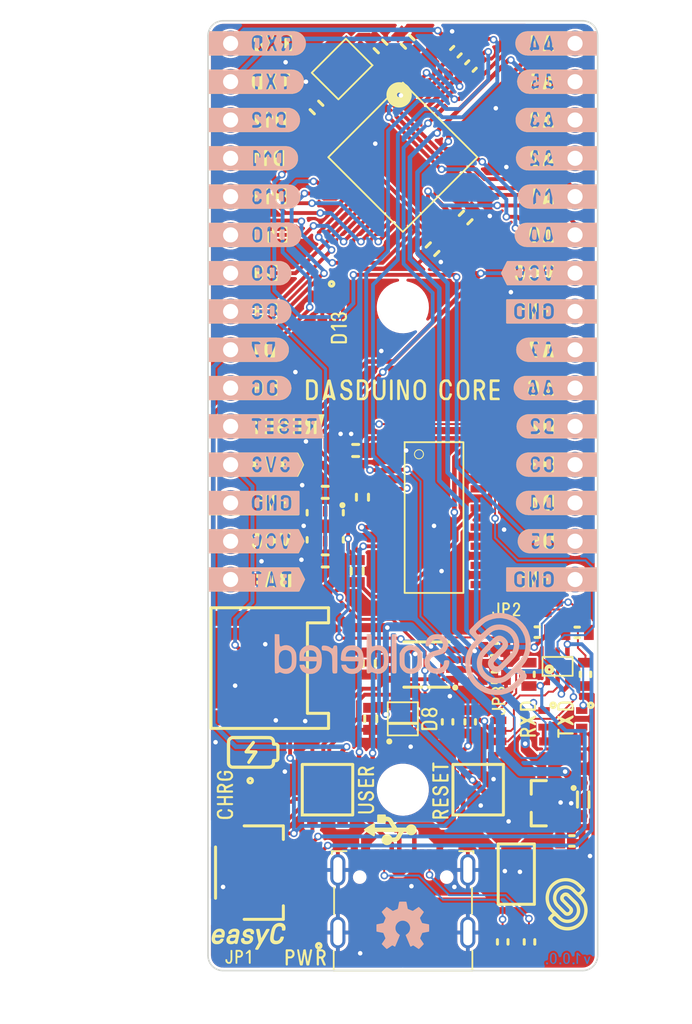
<source format=kicad_pcb>
(kicad_pcb (version 20210623) (generator pcbnew)
  (layers (0 "F.Cu" mixed) (31 "B.Cu" signal) (34 "B.Paste" user) (35 "F.Paste" user) (36 "B.SilkS" user "B.Silkscreen") (37 "F.SilkS" user "F.Silkscreen") (38 "B.Mask" user) (39 "F.Mask" user) (44 "Edge.Cuts" user))
  (net 0 "")
  (net 1 "+3V3")
  (net 2 "GND")
  (net 3 "RESET")
  (net 4 "VUSB")
  (net 5 "VCC")
  (net 6 "VBAT")
  (net 7 "Net-(D1-Pad1)")
  (net 8 "Net-(D2-Pad1)")
  (net 9 "Net-(D3-Pad1)")
  (net 10 "XTAL1")
  (net 12 "Net-(F1-Pad2)")
  (net 13 "D-")
  (net 14 "D+")
  (net 15 "SDA")
  (net 16 "SCL")
  (net 17 "XTAL2")
  (net 18 "Net-(C13-Pad1)")
  (net 19 "Net-(D6-Pad1)")
  (net 20 "D6")
  (net 21 "D7")
  (net 22 "D8")
  (net 23 "D9")
  (net 24 "D10")
  (net 25 "RTS")
  (net 26 "D13")
  (net 27 "DTR")
  (net 28 "Net-(C2-Pad1)")
  (net 29 "Net-(D5-Pad2)")
  (net 30 "Net-(K2-PadA5)")
  (net 32 "Net-(K2-PadB5)")
  (net 39 "Net-(R11-Pad1)")
  (net 40 "Net-(R12-Pad1)")
  (net 42 "Net-(D4-Pad3)")
  (net 44 "D11")
  (net 45 "D12")
  (net 46 "D5")
  (net 47 "D4")
  (net 48 "D3")
  (net 49 "D2")
  (net 50 "A6")
  (net 51 "A7")
  (net 52 "A0")
  (net 53 "A1")
  (net 54 "Net-(JP1-Pad2)")
  (net 55 "A2")
  (net 56 "A3")
  (net 57 "SCL_5V")
  (net 58 "SDA_5V")
  (net 59 "TXD")
  (net 60 "RXD")
  (net 61 "SCL_PULL5")
  (net 62 "SDA_PULL5")
  (net 63 "SCL_PULL3,3")
  (net 64 "SDA_PULL3,3")
  (net 65 "CH-RXD")
  (net 66 "CH-TXD")
  (footprint "e-radionica.com footprinti:0603C" (layer "F.Cu") (at 75.95 88.7 -45)
    (fp_text reference "C10")
    (fp_text value "22pF")
  )
  (footprint "e-radionica.com footprinti:0603C" (layer "F.Cu") (at 74.4 123.5 90)
    (fp_text reference "C11")
    (fp_text value "100nF")
  )
  (footprint "buzzardLabel" (layer "F.Cu") (at 64.1 91.04)
    (fp_text reference "")
    (fp_text value "")
  )
  (footprint "e-radionica.com footprinti:0603C" (layer "F.Cu") (at 79.4 102.15 45)
    (fp_text reference "C6")
    (fp_text value "100nF")
  )
  (footprint "buzzardLabel" (layer "F.Cu") (at 83.8 132.1 90)
    (fp_text reference "")
    (fp_text value "")
  )
  (footprint "e-radionica.com footprinti:0603R" (layer "F.Cu") (at 80.95 89.05 -135)
    (fp_text reference "R2")
    (fp_text value "1k")
  )
  (footprint "e-radionica.com footprinti:0402R" (layer "F.Cu") (at 89.3 135.3 -90)
    (fp_text reference "R3")
    (fp_text value "2k2")
  )
  (footprint "e-radionica.com footprinti:1206FUSE" (layer "F.Cu") (at 84.96 143.6 -90)
    (fp_text reference "F1")
    (fp_text value "1206FUSE-500mA")
  )
  (footprint "e-radionica.com footprinti:CRYSTAL_3225__4_PAD" (layer "F.Cu") (at 73.4 90.2 -135)
    (fp_text reference "X1")
    (fp_text value "16MHz")
  )
  (footprint "e-radionica.com footprinti:0603R" (layer "F.Cu") (at 89 127.57)
    (fp_text reference "R17")
    (fp_text value "10k")
  )
  (footprint "e-radionica.com footprinti:0603C" (layer "F.Cu") (at 74.3 115.5)
    (fp_text reference "C1")
    (fp_text value "0.1uF")
  )
  (footprint "Soldered Graphics:Logo-Back-OSH-3.5mm" (layer "F.Cu") (at 77.43 147)
    (fp_text reference "G***" hide)
    (fp_text value "LOGO" hide)
  )
  (footprint "e-radionica.com footprinti:0603R" (layer "F.Cu") (at 81.9 133.5 90)
    (fp_text reference "R10")
    (fp_text value "10k")
  )
  (footprint "e-radionica.com footprinti:0603C" (layer "F.Cu") (at 72.2785 118.276)
    (fp_text reference "C5")
    (fp_text value "2.2uF")
  )
  (footprint "buzzardLabel" (layer "F.Cu") (at 64.1 98.66)
    (fp_text reference "")
    (fp_text value "")
  )
  (footprint "e-radionica.com footprinti:0603R" (layer "F.Cu") (at 81.95 90 -135)
    (fp_text reference "R1")
    (fp_text value "1k")
  )
  (footprint "e-radionica.com footprinti:0402LED" (layer "F.Cu") (at 86.8 133.3 90)
    (fp_text reference "D2")
    (fp_text value "white")
  )
  (footprint "buzzardLabel" (layer "F.Cu") (at 90.76 116.44)
    (fp_text reference "")
    (fp_text value "")
  )
  (footprint "e-radionica.com footprinti:0402R" (layer "F.Cu") (at 86.8 135.3 -90)
    (fp_text reference "R4")
    (fp_text value "2k2")
  )
  (footprint "buzzardLabel" (layer "F.Cu") (at 64.1 93.58)
    (fp_text reference "")
    (fp_text value "")
  )
  (footprint "e-radionica.com footprinti:HEADER_MALE_15X1" (layer "F.Cu") (at 88.86 106.28 90)
    (fp_text reference "K5")
    (fp_text value "HEADER_MALE_15X1")
  )
  (footprint "buzzardLabel" (layer "F.Cu") (at 64.1 101.2)
    (fp_text reference "")
    (fp_text value "")
  )
  (footprint "buzzardLabel" (layer "F.Cu") (at 64.1 108.82)
    (fp_text reference "")
    (fp_text value "")
  )
  (footprint "Soldered Graphics:Logo-Back-SolderedFULL-17mm" (layer "F.Cu") (at 77.43 129)
    (fp_text reference "REF**" hide)
    (fp_text value "Logo-Front-SolderedFULL-17mm" hide)
  )
  (footprint "e-radionica.com footprinti:0603R" (layer "F.Cu") (at 85.836 148.095 -90)
    (fp_text reference "R7")
    (fp_text value "5.1k")
  )
  (footprint "buzzardLabel" (layer "F.Cu") (at 66.5 149.1)
    (fp_text reference "")
    (fp_text value "")
  )
  (footprint "e-radionica.com footprinti:TPS7A2633DRVR" (layer "F.Cu") (at 72.2785 120.526 -90)
    (fp_text reference "U2")
    (fp_text value "TPS7A2633DRVR")
  )
  (footprint "e-radionica.com footprinti:SMD-JUMPER-CONNECTED_TRACE_SLODERMASK" (layer "F.Cu") (at 68.75 149.15)
    (fp_text reference "JP1")
    (fp_text value "SMD-JUMPER-CONNECTED_TRACE_SLODERMASK")
  )
  (footprint "e-radionica.com footprinti:WS2812B-2020" (layer "F.Cu") (at 77.43 133.3 -90)
    (fp_text reference "D4")
    (fp_text value "WS2812B-2020")
  )
  (footprint "buzzardLabel" (layer "F.Cu") (at 77.43 111.5)
    (fp_text reference "")
    (fp_text value "")
  )
  (footprint "buzzardLabel" (layer "F.Cu") (at 73.2 107.3625 90)
    (fp_text reference "")
    (fp_text value "")
  )
  (footprint "e-radionica.com footprinti:0402R" (layer "F.Cu") (at 68 138.3 90)
    (fp_text reference "R12")
    (fp_text value "2k2")
  )
  (footprint "buzzardLabel" (layer "F.Cu") (at 90.76 113.9)
    (fp_text reference "")
    (fp_text value "")
  )
  (footprint "buzzardLabel" (layer "F.Cu") (at 90.76 121.52)
    (fp_text reference "")
    (fp_text value "")
  )
  (footprint "buzzardLabel" (layer "F.Cu") (at 90.76 91.04)
    (fp_text reference "")
    (fp_text value "")
  )
  (footprint "e-radionica.com footprinti:0603C" (layer "F.Cu") (at 81.6 100.05 45)
    (fp_text reference "C13")
    (fp_text value "100nF")
  )
  (footprint "buzzardLabel" (layer "F.Cu") (at 79.9 138 90)
    (fp_text reference "")
    (fp_text value "")
  )
  (footprint "e-radionica.com footprinti:HEADER_MALE_15X1" (layer "F.Cu") (at 66 106.28 90)
    (fp_text reference "K4")
    (fp_text value "HEADER_MALE_15X1")
  )
  (footprint "e-radionica.com footprinti:0603R" (layer "F.Cu") (at 84.058 148.095 -90)
    (fp_text reference "R8")
    (fp_text value "5.1k")
  )
  (footprint "buzzardLabel" (layer "F.Cu") (at 90.76 98.66)
    (fp_text reference "")
    (fp_text value "")
  )
  (footprint "e-radionica.com footprinti:0603R" (layer "F.Cu") (at 85.8 130.35 -90)
    (fp_text reference "R13")
    (fp_text value "10k")
  )
  (footprint "e-radionica.com footprinti:SOP-16" (layer "F.Cu") (at 79.5 119.95)
    (fp_text reference "U1")
    (fp_text value "CH340C")
  )
  (footprint "e-radionica.com footprinti:easyC-connector" (layer "F.Cu") (at 67.8 143.5 90)
    (fp_text reference "K1")
    (fp_text value "easyC-SMD")
  )
  (footprint "e-radionica.com footprinti:0402LED" (layer "F.Cu") (at 89.3 133.3 90)
    (fp_text reference "D1")
    (fp_text value "blue")
  )
  (footprint "Soldered Graphics:Symbol-Front-Battery" (layer "F.Cu") (at 67.5 135.6)
    (fp_text reference "G***" hide)
    (fp_text value "LOGO" hide)
  )
  (footprint "e-radionica.com footprinti:SOT-363" (layer "F.Cu") (at 87.7 129.82 90)
    (fp_text reference "U5")
    (fp_text value "NMOS-DUAL")
  )
  (footprint "buzzardLabel" (layer "F.Cu") (at 90.76 103.74)
    (fp_text reference "")
    (fp_text value "")
  )
  (footprint "e-radionica.com footprinti:SOT-23-3" (layer "F.Cu") (at 86.65 138.9 180)
    (fp_text reference "Q1")
    (fp_text value "PMOS-SOT-23-3")
  )
  (footprint "buzzardLabel" (layer "F.Cu") (at 64.1 103.74)
    (fp_text reference "")
    (fp_text value "")
  )
  (footprint "buzzardLabel" (layer "F.Cu") (at 90.76 108.82)
    (fp_text reference "")
    (fp_text value "")
  )
  (footprint "e-radionica.com footprinti:0603C" (layer "F.Cu") (at 72.2785 122.826)
    (fp_text reference "C3")
    (fp_text value "2.2uF")
  )
  (footprint "e-radionica.com footprinti:0402LED" (layer "F.Cu") (at 70.95 147.75)
    (fp_text reference "D3")
    (fp_text value "purple")
  )
  (footprint "buzzardLabel" (layer "F.Cu") (at 90.76 101.2)
    (fp_text reference "")
    (fp_text value "")
  )
  (footprint "e-radionica.com footprinti:ATMEGA_328P" (layer "F.Cu") (at 77.43 96.05 -45)
    (fp_text reference "U4")
    (fp_text value "ATMEGA_328P")
  )
  (footprint "buzzardLabel" (layer "F.Cu") (at 64.1 113.9)
    (fp_text reference "")
    (fp_text value "")
  )
  (footprint "e-radionica.com footprinti:0603R" (layer "F.Cu") (at 88.65 141.4 180)
    (fp_text reference "R14")
    (fp_text value "100k")
  )
  (footprint "buzzardLabel" (layer "F.Cu") (at 64.1 124.06)
    (fp_text reference "")
    (fp_text value "")
  )
  (footprint "buzzardLabel" (layer "F.Cu") (at 65.6 138.3 90)
    (fp_text reference "")
    (fp_text value "")
  )
  (footprint "buzzardLabel" (layer "F.Cu") (at 74.96 138 90)
    (fp_text reference "")
    (fp_text value "")
  )
  (footprint "buzzardLabel" (layer "F.Cu") (at 84.3 126.05)
    (fp_text reference "")
    (fp_text value "")
  )
  (footprint "buzzardLabel" (layer "F.Cu") (at 90.76 88.5)
    (fp_text reference "")
    (fp_text value "")
  )
  (footprint "buzzardLabel" (layer "F.Cu") (at 90.76 106.28)
    (fp_text reference "")
    (fp_text value "")
  )
  (footprint "buzzardLabel" (layer "F.Cu") (at 85.7 133.3 90)
    (fp_text reference "")
    (fp_text value "")
  )
  (footprint "e-radionica.com footprinti:0402R" (layer "F.Cu") (at 72.0875 107.3625 90)
    (fp_text reference "R9")
    (fp_text value "2k2")
  )
  (footprint "buzzardLabel" (layer "F.Cu") (at 79.2 133.3 90)
    (fp_text reference "")
    (fp_text value "")
  )
  (footprint "e-radionica.com footprinti:0603R" (layer "F.Cu") (at 89.55 130.35 -90)
    (fp_text reference "R15")
    (fp_text value "10k")
  )
  (footprint "buzzardLabel" (layer "F.Cu") (at 64.16 116.44)
    (fp_text reference "")
    (fp_text value "")
  )
  (footprint "e-radionica.com footprinti:0402LED" (layer "F.Cu") (at 66.7 138.3 90)
    (fp_text reference "D5")
    (fp_text value "red")
  )
  (footprint "e-radionica.com footprinti:0603C" (layer "F.Cu") (at 74.75 118.6 90)
    (fp_text reference "C2")
    (fp_text value "0.1uF")
  )
  (footprint "buzzardLabel" (layer "F.Cu") (at 64.0875 119)
    (fp_text reference "")
    (fp_text value "")
  )
  (footprint "e-radionica.com footprinti:0603R" (layer "F.Cu") (at 86.35 127.55 180)
    (fp_text reference "R16")
    (fp_text value "10k")
  )
  (footprint "e-radionica.com footprinti:SMD_JUMPER_3_PAD_TRACE" (layer "F.Cu") (at 83.8 134.1 90)
    (fp_text reference "JP3")
    (fp_text value "SMD_JUMPER_3_PAD_TRACE")
  )
  (footprint "buzzardLabel" (layer "F.Cu") (at 64.1 88.5)
    (fp_text reference "")
    (fp_text value "")
  )
  (footprint "e-radionica.com footprinti:FIDUCIAL_23" (layer "F.Cu") (at 77.43 148)
    (fp_text reference "FD1")
    (fp_text value "FIDUCIAL")
  )
  (footprint "buzzardLabel" (layer "F.Cu") (at 90.76 93.58)
    (fp_text reference "")
    (fp_text value "")
  )
  (footprint "e-radionica.com footprinti:YTSA007A0151803B" (layer "F.Cu") (at 72.43 138 90)
    (fp_text reference "SW1")
    (fp_text value "YTSA007A0151803B")
  )
  (footprint "buzzardLabel" (layer "F.Cu") (at 90.76 111.36)
    (fp_text reference "")
    (fp_text value "")
  )
  (footprint "e-radionica.com footprinti:SMD_JUMPER_3_PAD_TRACE" (layer "F.Cu") (at 86.35 126.05 180)
    (fp_text reference "JP2")
    (fp_text value "SMD_JUMPER_3_PAD_TRACE")
  )
  (footprint "e-radionica.com footprinti:HOLE_3.2mm" (layer "F.Cu") (at 77.43 138)
    (fp_text reference "H1" hide)
    (fp_text value "HOLE_3.2mm" hide)
  )
  (footprint "e-radionica.com footprinti:0603C" (layer "F.Cu") (at 75.2 129.634 90)
    (fp_text reference "C7")
    (fp_text value "2.2uF")
  )
  (footprint "buzzardLabel" (layer "F.Cu") (at 90.76 118.98)
    (fp_text reference "")
    (fp_text value "")
  )
  (footprint "buzzardLabel" (layer "F.Cu") (at 90.76 96.12)
    (fp_text reference "")
    (fp_text value "")
  )
  (footprint "e-radionica.com footprinti:JST-2pin-SMD" (layer "F.Cu") (at 69.5 129.934 90)
    (fp_text reference "K3")
    (fp_text value "JST-2pin-SMD")
  )
  (footprint "buzzardLabel" (layer "F.Cu") (at 64.1 106.28)
    (fp_text reference "")
    (fp_text value "")
  )
  (footprint "Soldered Graphics:Logo-Front-easyC-5mm" (layer "F.Cu") (at 67.2 147.7)
    (fp_text reference "G***" hide)
    (fp_text value "LOGO" hide)
  )
  (footprint "buzzardLabel" (layer "F.Cu") (at 64.1 111.36)
    (fp_text reference "")
    (fp_text value "")
  )
  (footprint "Soldered Graphics:Symbol-Front-USB" (layer "F.Cu") (at 76.6 140.66 90)
    (fp_text reference "G***" hide)
    (fp_text value "LOGO" hide)
  )
  (footprint "e-radionica.com footprinti:0603R" (layer "F.Cu") (at 80.4 133.5 -90)
    (fp_text reference "R5")
    (fp_text value "1k")
  )
  (footprint "buzzardLabel" (layer "F.Cu") (at 71 149.1)
    (fp_text reference "")
    (fp_text value "")
  )
  (footprint "e-radionica.com footprinti:0603C" (layer "F.Cu") (at 83.5 128.7 180)
    (fp_text reference "C8")
    (fp_text value "2.2uF")
  )
  (footprint "e-radionica.com footprinti:0603C" (layer "F.Cu") (at 77.75 88.4 -45)
    (fp_text reference "C12")
    (fp_text value "100nF")
  )
  (footprint "e-radionica.com footprinti:0603C" (layer "F.Cu") (at 71.7 92.75 -45)
    (fp_text reference "C9")
    (fp_text value "22pF")
  )
  (footprint "e-radionica.com footprinti:0402R" (layer "F.Cu") (at 70.95 146.55 180)
    (fp_text reference "R6")
    (fp_text value "2k2")
  )
  (footprint "e-radionica.com footprinti:TP4056M-MSOP8" (layer "F.Cu") (at 79 129.7 180)
    (fp_text reference "U3")
    (fp_text value "TP4056M")
  )
  (footprint "e-radionica.com footprinti:0603R" (layer "F.Cu") (at 83.5 130.55)
    (fp_text reference "R11")
    (fp_text value "3k")
  )
  (footprint "e-radionica.com footprinti:YTSA007A0151803B" (layer "F.Cu") (at 82.43 138 90)
    (fp_text reference "SW2")
    (fp_text value "YTSA007A0151803B")
  )
  (footprint "e-radionica.com footprinti:0603C" (layer "F.Cu") (at 75.3 133.3 -90)
    (fp_text reference "C4")
    (fp_text value "100nF")
  )
  (footprint "e-radionica.com footprinti:SOD-323" (layer "F.Cu") (at 89.4 138.65 90)
    (fp_text reference "D7")
    (fp_text value "BAT20J")
  )
  (footprint "Soldered Graphics:Logo-Front-Soldered-3.5mm" (layer "F.Cu") (at 88.3 145.6)
    (fp_text reference "G***" hide)
    (fp_text value "LOGO" hide)
  )
  (footprint "e-radionica.com footprinti:0402LED" (layer "F.Cu") (at 72.1 105.35 90)
    (fp_text reference "D6")
    (fp_text value "orange")
  )
  (footprint "buzzardLabel" (layer "F.Cu") (at 88.2 133.3 90)
    (fp_text reference "")
    (fp_text value "")
  )
  (footprint "buzzardLabel" (layer "F.Cu") (at 64.1 121.52)
    (fp_text reference "")
    (fp_text value "")
  )
  (footprint "buzzardLabel" (layer "F.Cu") (at 90.76 124.06)
    (fp_text reference "")
    (fp_text value "")
  )
  (footprint "e-radionica.com footprinti:HOLE_3.2mm" (layer "F.Cu") (at 77.43 106)
    (fp_text reference "H2" hide)
    (fp_text value "HOLE_3.2mm" hide)
  )
  (footprint "e-radionica.com footprinti:U262-161N-4BVC11" (layer "F.Cu") (at 77.43 145)
    (fp_text reference "K2")
    (fp_text value "U262-161N-4BVC11")
  )
  (footprint "buzzardLabel" (layer "F.Cu") (at 64.1 96.12)
    (fp_text reference "")
    (fp_text value "")
  )
  (footprint "buzzardLabel" (layer "B.Cu") (at 90.76 103.74 180)
    (fp_text reference "")
    (fp_text value "")
  )
  (footprint "buzzardLabel" (layer "B.Cu") (at 64.1 91.04 180)
    (fp_text reference "")
    (fp_text value "")
  )
  (footprint "buzzardLabel" (layer "B.Cu") (at 64.1 103.74 180)
    (fp_text reference "")
    (fp_text value "")
  )
  (footprint "buzzardLabel" (layer "B.Cu") (at 64.1 101.2 180)
    (fp_text reference "")
    (fp_text value "")
  )
  (footprint "buzzardLabel" (layer "B.Cu") (at 64.1 121.52 180)
    (fp_text reference "")
    (fp_text value "")
  )
  (footprint "buzzardLabel" (layer "B.Cu") (at 64.1 98.66 180)
    (fp_text reference "")
    (fp_text value "")
  )
  (footprint "buzzardLabel" (layer "B.Cu") (at 64.1 111.36 180)
    (fp_text reference "")
    (fp_text value "")
  )
  (footprint "Soldered Graphics:Version1.0.0." (layer "B.Cu") (at 88.36 149.2 180)
    (fp_text reference "")
    (fp_text value "")
  )
  (footprint "buzzardLabel" (layer "B.Cu") (at 64.1 106.28 180)
    (fp_text reference "")
    (fp_text value "")
  )
  (footprint "buzzardLabel" (layer "B.Cu") (at 90.76 108.82 180)
    (fp_text reference "")
    (fp_text value "")
  )
  (footprint "buzzardLabel" (layer "B.Cu") (at 90.76 111.36 180)
    (fp_text reference "")
    (fp_text value "")
  )
  (footprint "buzzardLabel" (layer "B.Cu") (at 90.76 118.98 180)
    (fp_text reference "")
    (fp_text value "")
  )
  (footprint "buzzardLabel" (layer "B.Cu") (at 64.1 113.9 180)
    (fp_text reference "")
    (fp_text value "")
  )
  (footprint "buzzardLabel" (layer "B.Cu") (at 64.1 88.5 180)
    (fp_text reference "")
    (fp_text value "")
  )
  (footprint "buzzardLabel" (layer "B.Cu") (at 64.1 124.06 180)
    (fp_text reference "")
    (fp_text value "")
  )
  (footprint "buzzardLabel" (layer "B.Cu") (at 64.1 108.82 180)
    (fp_text reference "")
    (fp_text value "")
  )
  (footprint "buzzardLabel" (layer "B.Cu") (at 90.76 98.66 180)
    (fp_text reference "")
    (fp_text value "")
  )
  (footprint "buzzardLabel" (layer "B.Cu") (at 90.76 116.44 180)
    (fp_text reference "")
    (fp_text value "")
  )
  (footprint "buzzardLabel" (layer "B.Cu") (at 64.1 118.98 180)
    (fp_text reference "")
    (fp_text value "")
  )
  (footprint "buzzardLabel" (layer "B.Cu") (at 90.76 96.12 180)
    (fp_text reference "")
    (fp_text value "")
  )
  (footprint "buzzardLabel" (layer "B.Cu") (at 90.76 106.28 180)
    (fp_text reference "")
    (fp_text value "")
  )
  (footprint "buzzardLabel" (layer "B.Cu") (at 90.76 93.58 180)
    (fp_text reference "")
    (fp_text value "")
  )
  (footprint "buzzardLabel" (layer "B.Cu") (at 64.1 96.12 180)
    (fp_text reference "")
    (fp_text value "")
  )
  (footprint "buzzardLabel" (layer "B.Cu") (at 90.76 88.5 180)
    (fp_text reference "")
    (fp_text value "")
  )
  (footprint "buzzardLabel" (layer "B.Cu") (at 90.76 101.2 180)
    (fp_text reference "")
    (fp_text value "")
  )
  (footprint "buzzardLabel" (layer "B.Cu") (at 64.1 93.58 180)
    (fp_text reference "")
    (fp_text value "")
  )
  (footprint "buzzardLabel" (layer "B.Cu") (at 90.76 124.06 180)
    (fp_text reference "")
    (fp_text value "")
  )
  (footprint "buzzardLabel" (layer "B.Cu") (at 90.76 113.9 180)
    (fp_text reference "")
    (fp_text value "")
  )
  (footprint "buzzardLabel" (layer "B.Cu") (at 90.76 121.52 180)
    (fp_text reference "")
    (fp_text value "")
  )
  (footprint "buzzardLabel" (layer "B.Cu") (at 64.1 116.44 180)
    (fp_text reference "")
    (fp_text value "")
  )
  (footprint "buzzardLabel" (layer "B.Cu") (at 90.76 91.04 180)
    (fp_text reference "")
    (fp_text value "")
  )
  (gr_arc (start 89.36 88) (end 89.36 87) (angle 90) (layer "Edge.Cuts") (width 0.1))
  (gr_arc (start 89.36 149) (end 89.36 150) (angle -90) (layer "Edge.Cuts") (width 0.1))
  (gr_line (start 64.5 88) (end 64.5 149) (layer "Edge.Cuts") (width 0.1))
  (gr_line locked (start 90.36 149) (end 90.36 88) (layer "Edge.Cuts") (width 0.1))
  (gr_line locked (start 89.36 87) (end 65.5 87) (layer "Edge.Cuts") (width 0.1))
  (gr_line (start 65.5 150) (end 89.36 150) (layer "Edge.Cuts") (width 0.1))
  (gr_arc (start 65.5 149) (end 65.5 150) (angle 90) (layer "Edge.Cuts") (width 0.1))
  (gr_arc (start 65.5 88) (end 64.5 88) (angle 90) (layer "Edge.Cuts") (width 0.1))
  (segment (start 82.85 133.65) (end 83.3 134.1) (width 0.254) (layer "F.Cu") (net 1))
  (segment (start 69.95 132.05) (end 66.3 128.4) (width 0.254) (layer "F.Cu") (net 1))
  (segment (start 84.6 134.1) (end 83.8 134.1) (width 0.13) (layer "F.Cu") (net 1))
  (segment (start 69.95 135.9) (end 69.95 132.05) (width 0.254) (layer "F.Cu") (net 1))
  (segment (start 87.4 131.5) (end 87.1 131.5) (width 0.13) (layer "F.Cu") (net 1))
  (segment (start 68.4 149.15) (end 68.4 143.55) (width 0.254) (layer "F.Cu") (net 1))
  (segment (start 72.9285 118.356) (end 73.0085 118.276) (width 0.3) (layer "F.Cu") (net 1))
  (segment (start 85.2 131.75) (end 84.8 132.15) (width 0.13) (layer "F.Cu") (net 1))
  (segment (start 87.7 131.2) (end 87.4 131.5) (width 0.13) (layer "F.Cu") (net 1))
  (segment (start 87.7 130.74) (end 87.7 128.9) (width 0.2) (layer "F.Cu") (net 1))
  (segment (start 72.14 116.44) (end 73.0085 117.3085) (width 0.5) (layer "F.Cu") (net 1))
  (segment (start 68.95 140.9) (end 70.2 140.9) (width 0.254) (layer "F.Cu") (net 1))
  (segment (start 82.625 133.45) (end 81.9 132.725) (width 0.254) (layer "F.Cu") (net 1))
  (segment (start 68.4 143) (end 68.4 141.45) (width 0.254) (layer "F.Cu") (net 1))
  (segment (start 68.675 143.275) (end 68.4 143) (width 0.254) (layer "F.Cu") (net 1))
  (segment (start 68.4 143.55) (end 68.675 143.275) (width 0.254) (layer "F.Cu") (net 1))
  (segment (start 87.7 130.74) (end 87.7 131.2) (width 0.13) (layer "F.Cu") (net 1))
  (segment (start 84.8 132.15) (end 84.8 133.9) (width 0.13) (layer "F.Cu") (net 1))
  (segment (start 68.675 143.275) (end 68.95 143) (width 0.254) (layer "F.Cu") (net 1))
  (segment (start 84.8 133.9) (end 84.6 134.1) (width 0.13) (layer "F.Cu") (net 1))
  (segment (start 82.85 133.45) (end 82.85 133.65) (width 0.254) (layer "F.Cu") (net 1))
  (segment (start 68.95 143) (end 69.95 143) (width 0.254) (layer "F.Cu") (net 1))
  (segment (start 68.4 141.45) (end 68.95 140.9) (width 0.254) (layer "F.Cu") (net 1))
  (segment (start 87.1 131.5) (end 86.85 131.75) (width 0.13) (layer "F.Cu") (net 1))
  (segment (start 66 116.44) (end 72.14 116.44) (width 0.5) (layer "F.Cu") (net 1))
  (segment (start 72.9285 119.531) (end 72.9285 118.356) (width 0.3) (layer "F.Cu") (net 1))
  (segment (start 73.0085 117.3085) (end 73.0085 118.276) (width 0.5) (layer "F.Cu") (net 1))
  (segment (start 83.3 134.1) (end 83.8 134.1) (width 0.254) (layer "F.Cu") (net 1))
  (segment (start 86.85 131.75) (end 85.2 131.75) (width 0.13) (layer "F.Cu") (net 1))
  (via (at 82.85 133.45) (size 0.5) (drill 0.3) (layers "F.Cu" "B.Cu") (net 1))
  (via (at 69.95 135.9) (size 0.5) (drill 0.3) (layers "F.Cu" "B.Cu") (net 1))
  (via (at 66.3 128.4) (size 0.5) (drill 0.3) (layers "F.Cu" "B.Cu") (net 1))
  (via (at 70.2 140.9) (size 0.5) (drill 0.3) (layers "F.Cu" "B.Cu") (net 1))
  (segment (start 66.3 126.7) (end 67.45 125.55) (width 0.254) (layer "B.Cu") (net 1))
  (segment (start 67.45 125.55) (end 67.45 117.89) (width 0.254) (layer "B.Cu") (net 1))
  (segment (start 66.3 128.4) (end 66.3 126.7) (width 0.254) (layer "B.Cu") (net 1))
  (segment (start 82.85 137.75) (end 82.85 133.45) (width 0.254) (layer "B.Cu") (net 1))
  (segment (start 70.7 140.4) (end 80.2 140.4) (width 0.254) (layer "B.Cu") (net 1))
  (segment (start 70.2 140.9) (end 70.7 140.4) (width 0.254) (layer "B.Cu") (net 1))
  (segment (start 70.2 140.9) (end 70.2 136.15) (width 0.254) (layer "B.Cu") (net 1))
  (segment (start 70.2 136.15) (end 69.95 135.9) (width 0.254) (layer "B.Cu") (net 1))
  (segment (start 67.45 117.89) (end 66 116.44) (width 0.254) (layer "B.Cu") (net 1))
  (segment (start 80.2 140.4) (end 82.85 137.75) (width 0.254) (layer "B.Cu") (net 1))
  (via (at 89.85 142.4) (size 0.5) (drill 0.3) (layers "F.Cu" "B.Cu") (net 2))
  (via (at 76 108.9) (size 0.5) (drill 0.3) (layers "F.Cu" "B.Cu") (net 2))
  (via (at 71 91.04) (size 0.5) (drill 0.3) (layers "F.Cu" "B.Cu") (net 2))
  (via (at 77.95 135.15) (size 0.5) (drill 0.3) (layers "F.Cu" "B.Cu") (net 2))
  (via (at 65 134.85) (size 0.5) (drill 0.3) (layers "F.Cu" "B.Cu") (net 2))
  (via (at 69.6 136.8) (size 0.5) (drill 0.3) (layers "F.Cu" "B.Cu") (net 2))
  (via (at 78 144.4) (size 0.5) (drill 0.3) (layers "F.Cu" "B.Cu") (net 2))
  (via (at 75.6 95.15) (size 0.5) (drill 0.3) (layers "F.Cu" "B.Cu") (net 2))
  (via (at 71 114.9) (size 0.5) (drill 0.3) (layers "F.Cu" "B.Cu") (net 2))
  (via (at 70.75 117.8) (size 0.5) (drill 0.3) (layers "F.Cu" "B.Cu") (net 2))
  (via (at 80.55 131.8) (size 0.5) (drill 0.3) (layers "F.Cu" "B.Cu") (net 2))
  (via (at 70.7 122.75) (size 0.5) (drill 0.3) (layers "F.Cu" "B.Cu") (net 2))
  (via (at 79.95 103) (size 0.5) (drill 0.3) (layers "F.Cu" "B.Cu") (net 2))
  (via (at 84.6 105) (size 0.5) (drill 0.3) (layers "F.Cu" "B.Cu") (net 2))
  (via (at 83.45 137.3) (size 0.5) (drill 0.3) (layers "F.Cu" "B.Cu") (net 2))
  (via (at 68.3 128.35) (size 0.5) (drill 0.3) (layers "F.Cu" "B.Cu") (net 2))
  (via (at 69 133.4) (size 0.5) (drill 0.3) (layers "F.Cu" "B.Cu") (net 2))
  (via (at 80.85 144.45) (size 0.5) (drill 0.3) (layers "F.Cu" "B.Cu") (net 2))
  (via (at 84.45 140.1) (size 0.5) (drill 0.3) (layers "F.Cu" "B.Cu") (net 2))
  (via (at 80.7 87.7) (size 0.5) (drill 0.3) (layers "F.Cu" "B.Cu") (net 2))
  (via (at 68.05 122.85) (size 0.5) (drill 0.3) (layers "F.Cu" "B.Cu") (net 2))
  (via (at 73.3 114.4) (size 0.5) (drill 0.3) (layers "F.Cu" "B.Cu") (net 2))
  (via (at 84.3 96.7) (size 0.5) (drill 0.3) (layers "F.Cu" "B.Cu") (net 2))
  (via (at 74.6 148.85) (size 0.5) (drill 0.3) (layers "F.Cu" "B.Cu") (net 2))
  (via (at 83.2 99.95) (size 0.5) (drill 0.3) (layers "F.Cu" "B.Cu") (net 2))
  (via (at 65.5 144.45) (size 0.5) (drill 0.3) (layers "F.Cu" "B.Cu") (net 2))
  (via (at 70.3 110.3) (size 0.5) (drill 0.3) (layers "F.Cu" "B.Cu") (net 2))
  (via (at 70.85 120.5) (size 0.5) (drill 0.3) (layers "F.Cu" "B.Cu") (net 2))
  (via (at 66.3 131.1) (size 0.5) (drill 0.3) (layers "F.Cu" "B.Cu") (net 2))
  (via (at 74 114.4) (size 0.5) (drill 0.3) (layers "F.Cu" "B.Cu") (net 2))
  (via (at 80 123.5) (size 0.5) (drill 0.3) (layers "F.Cu" "B.Cu") (net 2))
  (via (at 82.6 139.05) (size 0.5) (drill 0.3) (layers "F.Cu" "B.Cu") (net 2))
  (via (at 84.2 143.4) (size 0.5) (drill 0.3) (layers "F.Cu" "B.Cu") (net 2))
  (via (at 79.5 120.5) (size 0.5) (drill 0.3) (layers "F.Cu" "B.Cu") (net 2))
  (via (at 87.9 138.85) (size 0.5) (drill 0.3) (layers "F.Cu" "B.Cu") (net 2))
  (via (at 69.65 89.75) (size 0.5) (drill 0.3) (layers "F.Cu" "B.Cu") (net 2))
  (via (at 83.6 92.8) (size 0.5) (drill 0.3) (layers "F.Cu" "B.Cu") (net 2))
  (via (at 70.95 133.45) (size 0.5) (drill 0.3) (layers "F.Cu" "B.Cu") (net 2))
  (via (at 85.2 143.45) (size 0.5) (drill 0.3) (layers "F.Cu" "B.Cu") (net 2))
  (via (at 84.15 120.75) (size 0.5) (drill 0.3) (layers "F.Cu" "B.Cu") (net 2))
  (via (at 77.65 115.5) (size 0.5) (drill 0.3) (layers "F.Cu" "B.Cu") (net 2))
  (via (at 88.6 138.9) (size 0.5) (drill 0.3) (layers "F.Cu" "B.Cu") (net 2))
  (segment (start 77.25 127.95) (end 73.25 127.95) (width 0.2) (layer "F.Cu") (net 3))
  (segment (start 73.8 121.35) (end 73.8 117.387916) (width 0.254) (layer "F.Cu") (net 3))
  (segment (start 74.4 122.7) (end 73.8 122.1) (width 0.254) (layer "F.Cu") (net 3))
  (segment (start 81.43 136.05) (end 81.43 135.42) (width 0.3) (layer "F.Cu") (net 3))
  (segment (start 77.3 128) (end 77.25 127.95) (width 0.2) (layer "F.Cu") (net 3))
  (segment (start 73.25 127.95) (end 73.2 127.9) (width 0.2) (layer "F.Cu") (net 3))
  (segment (start 81.43 139.95) (end 81.43 136.05) (width 0.3) (layer "F.Cu") (net 3))
  (segment (start 79.96127 92.93873) (end 79.1 93.8) (width 0.254) (layer "F.Cu") (net 3))
  (segment (start 81.9 134.95) (end 81.9 134.275) (width 0.3) (layer "F.Cu") (net 3))
  (segment (start 76.1 110.3) (end 71.912084 114.487916) (width 0.254) (layer "F.Cu") (net 3))
  (segment (start 79.975584 92.93873) (end 79.96127 92.93873) (width 0.254) (layer "F.Cu") (net 3))
  (segment (start 74.4 122.77) (end 74.4 122.7) (width 0.254) (layer "F.Cu") (net 3))
  (segment (start 81.43 135.42) (end 81.9 134.95) (width 0.3) (layer "F.Cu") (net 3))
  (segment (start 71.912084 115.5) (end 67.6 115.5) (width 0.254) (layer "F.Cu") (net 3))
  (segment (start 73.8 122.1) (end 73.8 121.35) (width 0.254) (layer "F.Cu") (net 3))
  (segment (start 67.6 115.5) (end 66 113.9) (width 0.254) (layer "F.Cu") (net 3))
  (segment (start 73.8 117.387916) (end 71.912084 115.5) (width 0.254) (layer "F.Cu") (net 3))
  (segment (start 71.912084 114.487916) (end 71.912084 115.5) (width 0.254) (layer "F.Cu") (net 3))
  (via (at 79.1 93.8) (size 0.5) (drill 0.3) (layers "F.Cu" "B.Cu") (net 3))
  (via (at 73.2 127.9) (size 0.5) (drill 0.3) (layers "F.Cu" "B.Cu") (net 3))
  (via (at 73.8 121.35) (size 0.5) (drill 0.3) (layers "F.Cu" "B.Cu") (net 3))
  (via (at 81.75 135.1) (size 0.5) (drill 0.3) (layers "F.Cu" "B.Cu") (net 3))
  (via (at 76.1 110.3) (size 0.5) (drill 0.3) (layers "F.Cu" "B.Cu") (net 3))
  (via (at 77.3 128) (size 0.5) (drill 0.3) (layers "F.Cu" "B.Cu") (net 3))
  (segment (start 78.15 128.15) (end 78.85 128.85) (width 0.2) (layer "B.Cu") (net 3))
  (segment (start 73.8 126.05) (end 73.8 121.55) (width 0.2) (layer "B.Cu") (net 3))
  (segment (start 79.4 129.75) (end 78.85 129.2) (width 0.2) (layer "B.Cu") (net 3))
  (segment (start 81.75 135.1) (end 81.75 132.1) (width 0.2) (layer "B.Cu") (net 3))
  (segment (start 73.2 126.65) (end 73.8 126.05) (width 0.2) (layer "B.Cu") (net 3))
  (segment (start 78.85 128.85) (end 78.85 129.2) (width 0.2) (layer "B.Cu") (net 3))
  (segment (start 78.905586 104.544414) (end 79.410521 105.049349) (width 0.254) (layer "B.Cu") (net 3))
  (segment (start 77.48052 96.8) (end 77.48052 103.119348) (width 0.254) (layer "B.Cu") (net 3))
  (segment (start 77.48052 103.119348) (end 78.905586 104.544414) (width 0.254) (layer "B.Cu") (net 3))
  (segment (start 78.85 129.2) (end 78.85 129.05) (width 0.2) (layer "B.Cu") (net 3))
  (segment (start 77.48052 95.41948) (end 77.48052 96.8) (width 0.254) (layer "B.Cu") (net 3))
  (segment (start 81.75 132.1) (end 79.4 129.75) (width 0.2) (layer "B.Cu") (net 3))
  (segment (start 77.45 128.15) (end 78.15 128.15) (width 0.2) (layer "B.Cu") (net 3))
  (segment (start 79.410521 106.989479) (end 76.1 110.3) (width 0.254) (layer "B.Cu") (net 3))
  (segment (start 73.2 127.9) (end 73.2 126.65) (width 0.2) (layer "B.Cu") (net 3))
  (segment (start 79.410521 105.049349) (end 79.410521 106.989479) (width 0.254) (layer "B.Cu") (net 3))
  (segment (start 79.1 93.8) (end 77.48052 95.41948) (width 0.254) (layer "B.Cu") (net 3))
  (segment (start 77.3 128) (end 77.45 128.15) (width 0.2) (layer "B.Cu") (net 3))
  (segment (start 77.025 130.675) (end 79.575 130.675) (width 0.254) (layer "F.Cu") (net 4))
  (segment (start 85.9 135.65) (end 85.55 135.3) (width 0.6) (layer "F.Cu") (net 4))
  (segment (start 72.55 138.35) (end 71.9 139) (width 0.254) (layer "F.Cu") (net 4))
  (segment (start 86.65 136.15) (end 86.8 136) (width 0.6) (layer "F.Cu") (net 4))
  (segment (start 85.76 141.4) (end 84.96 142.2) (width 0.6) (layer "F.Cu") (net 4))
  (segment (start 81.295 115.505) (end 80.85 115.95) (width 0.3) (layer "F.Cu") (net 4))
  (segment (start 71.9 139) (end 70.8 139) (width 0.254) (layer "F.Cu") (net 4))
  (segment (start 87.85 139.85) (end 89.3 139.85) (width 0.6) (layer "F.Cu") (net 4))
  (segment (start 87.85 141.375) (end 87.875 141.4) (width 0.6) (layer "F.Cu") (net 4))
  (segment (start 74.45 133.25) (end 72.55 135.15) (width 0.254) (layer "F.Cu") (net 4))
  (segment (start 77.025 131.325) (end 76.65 131.7) (width 0.254) (layer "F.Cu") (net 4))
  (segment (start 75.2 114.7) (end 75.03 114.87) (width 0.3) (layer "F.Cu") (net 4))
  (segment (start 89.3 139.85) (end 89.4 139.75) (width 0.6) (layer "F.Cu") (net 4))
  (segment (start 86.8 136) (end 86.8 135.8) (width 0.6) (layer "F.Cu") (net 4))
  (segment (start 87.85 139.85) (end 87.85 141.375) (width 0.6) (layer "F.Cu") (net 4))
  (segment (start 69.8 140) (end 67.85 140) (width 0.254) (layer "F.Cu") (net 4))
  (segment (start 89.3 135.8) (end 86.8 135.8) (width 0.3) (layer "F.Cu") (net 4))
  (segment (start 74.45 132.15) (end 74.45 133.25) (width 0.254) (layer "F.Cu") (net 4))
  (segment (start 72.55 135.15) (end 72.55 138.35) (width 0.254) (layer "F.Cu") (net 4))
  (segment (start 82.05 114.7) (end 75.2 114.7) (width 0.3) (layer "F.Cu") (net 4))
  (segment (start 80.85 115.95) (end 80.85 119.6) (width 0.3) (layer "F.Cu") (net 4))
  (segment (start 80.046489 128.947191) (end 80.26868 128.725) (width 0.254) (layer "F.Cu") (net 4))
  (segment (start 87.5 139.85) (end 86.65 139) (width 0.6) (layer "F.Cu") (net 4))
  (segment (start 86.4 136.15) (end 85.9 135.65) (width 0.6) (layer "F.Cu") (net 4))
  (segment (start 86.65 139) (end 86.65 136.15) (width 0.6) (layer "F.Cu") (net 4))
  (segment (start 75.03 114.87) (end 75.03 115.5) (width 0.3) (layer "F.Cu") (net 4))
  (segment (start 80.046489 130.203511) (end 80.046489 128.947191) (width 0.254) (layer "F.Cu") (net 4))
  (segment (start 77.025 130.675) (end 77.025 131.325) (width 0.254) (layer "F.Cu") (net 4))
  (segment (start 67.85 140) (end 66.7 138.85) (width 0.254) (layer "F.Cu") (net 4))
  (segment (start 85.55 135.3) (end 85.55 134.95) (width 0.6) (layer "F.Cu") (net 4))
  (segment (start 74.9 131.7) (end 74.45 132.15) (width 0.254) (layer "F.Cu") (net 4))
  (segment (start 82.45 115.505) (end 82.45 115.1) (width 0.3) (layer "F.Cu") (net 4))
  (segment (start 86.65 136.15) (end 86.4 136.15) (width 0.6) (layer "F.Cu") (net 4))
  (segment (start 79.575 130.675) (end 80.046489 130.203511) (width 0.254) (layer "F.Cu") (net 4))
  (segment (start 82.45 115.1) (end 82.05 114.7) (width 0.3) (layer "F.Cu") (net 4))
  (segment (start 87.85 139.85) (end 87.5 139.85) (width 0.6) (layer "F.Cu") (net 4))
  (segment (start 82.125 128.725) (end 82.2 128.8) (width 0.4) (layer "F.Cu") (net 4))
  (segment (start 76.65 131.7) (end 74.9 131.7) (width 0.254) (layer "F.Cu") (net 4))
  (segment (start 82.67 128.8) (end 82.77 128.7) (width 0.4) (layer "F.Cu") (net 4))
  (segment (start 80.26868 128.725) (end 80.975 128.725) (width 0.254) (layer "F.Cu") (net 4))
  (segment (start 80.975 128.725) (end 82.125 128.725) (width 0.4) (layer "F.Cu") (net 4))
  (segment (start 82.2 128.8) (end 82.67 128.8) (width 0.4) (layer "F.Cu") (net 4))
  (segment (start 70.8 139) (end 69.8 140) (width 0.254) (layer "F.Cu") (net 4))
  (segment (start 87.875 141.4) (end 85.76 141.4) (width 0.6) (layer "F.Cu") (net 4))
  (segment (start 82.45 115.505) (end 81.295 115.505) (width 0.3) (layer "F.Cu") (net 4))
  (via (at 80.85 119.6) (size 0.5) (drill 0.3) (layers "F.Cu" "B.Cu") (net 4))
  (via (at 82.2 128.8) (size 0.5) (drill 0.3) (layers "F.Cu" "B.Cu") (net 4))
  (via (at 85.55 134.95) (size 0.5) (drill 0.3) (layers "F.Cu" "B.Cu") (net 4))
  (segment (start 80.85 127.45) (end 80.85 119.6) (width 0.3) (layer "B.Cu") (net 4))
  (segment (start 85.55 133) (end 85.55 134.95) (width 0.6) (layer "B.Cu") (net 4))
  (segment (start 82.3 128.9) (end 82.3 129.75) (width 0.6) (layer "B.Cu") (net 4))
  (segment (start 82.2 128.8) (end 80.85 127.45) (width 0.3) (layer "B.Cu") (net 4))
  (segment (start 82.3 129.75) (end 85.55 133) (width 0.6) (layer "B.Cu") (net 4))
  (segment (start 82.2 128.8) (end 82.3 128.9) (width 0.6) (layer "B.Cu") (net 4))
  (segment (start 79.45 128.5) (end 80.05 127.9) (width 0.13) (layer "F.Cu") (net 5))
  (segment (start 73.0085 123.9915) (end 73.0085 122.826) (width 0.5) (layer "F.Cu") (net 5))
  (segment (start 74.75 96.198427) (end 78.844214 100.292641) (width 0.254) (layer "F.Cu") (net 5))
  (segment (start 80.05 127.9) (end 84.4 127.9) (width 0.13) (layer "F.Cu") (net 5))
  (segment (start 74.35 92.05) (end 76.1 90.3) (width 0.254) (layer "F.Cu") (net 5))
  (segment (start 79.5 100.95) (end 79.5 101.217624) (width 0.3) (layer "F.Cu") (net 5))
  (segment (start 74.88873 92.93873) (end 74.884416 92.93873) (width 0.254) (layer "F.Cu") (net 5))
  (segment (start 72.35 124.65) (end 73.0085 123.9915) (width 0.5) (layer "F.Cu") (net 5))
  (segment (start 75.5 93.55) (end 74.88873 92.93873) (width 0.254) (layer "F.Cu") (net 5))
  (segment (start 69.579 121.521) (end 68.725 122.375) (width 0.3) (layer "F.Cu") (net 5))
  (segment (start 76.1 90.3) (end 76.882376 90.3) (width 0.254) (layer "F.Cu") (net 5))
  (segment (start 76.165 132.865) (end 76.3 133) (width 0.4) (layer "F.Cu") (net 5))
  (segment (start 89 137.95) (end 89.4 137.55) (width 0.6) (layer "F.Cu") (net 5))
  (segment (start 84.4 127.9) (end 85 127.3) (width 0.13) (layer "F.Cu") (net 5))
  (segment (start 66 121.52) (end 67.87 121.52) (width 0.5) (layer "F.Cu") (net 5))
  (segment (start 74.35 92.4) (end 74.35 92.05) (width 0.254) (layer "F.Cu") (net 5))
  (segment (start 75.05 109.6) (end 76.8 109.6) (width 0.3) (layer "F.Cu") (net 5))
  (segment (start 71.6285 121.521) (end 69.579 121.521) (width 0.3) (layer "F.Cu") (net 5))
  (segment (start 67.87 121.52) (end 68.725 122.375) (width 0.5) (layer "F.Cu") (net 5))
  (segment (start 89.4 137.55) (end 88.95 137.55) (width 0.6) (layer "F.Cu") (net 5))
  (segment (start 75.5 93.85) (end 75.5 93.55) (width 0.254) (layer "F.Cu") (net 5))
  (segment (start 82.6 103.8) (end 82.6 103.75) (width 0.3) (layer "F.Cu") (net 5))
  (segment (start 76.165 132.385) (end 75.485 132.385) (width 0.4) (layer "F.Cu") (net 5))
  (segment (start 74.884416 92.934416) (end 74.35 92.4) (width 0.254) (layer "F.Cu") (net 5))
  (segment (start 87.85 137.95) (end 89 137.95) (width 0.6) (layer "F.Cu") (net 5))
  (segment (start 79.3 128.5) (end 79.45 128.5) (width 0.13) (layer "F.Cu") (net 5))
  (segment (start 71 124.65) (end 72.35 124.65) (width 0.5) (layer "F.Cu") (net 5))
  (segment (start 76.4 127.25) (end 73.85 127.25) (width 0.6) (layer "F.Cu") (net 5))
  (segment (start 65.92 121.6) (end 65.05 121.6) (width 0.3) (layer "F.Cu") (net 5))
  (segment (start 65.05 121.6) (end 64.84952 121.39952) (width 0.3) (layer "F.Cu") (net 5))
  (segment (start 65.35 112.6) (end 72.05 112.6) (width 0.3) (layer "F.Cu") (net 5))
  (segment (start 86.35 125.25) (end 86.35 126.05) (width 0.13) (layer "F.Cu") (net 5))
  (segment (start 75.485 132.385) (end 75.3 132.57) (width 0.4) (layer "F.Cu") (net 5))
  (segment (start 76.165 132.385) (end 76.165 132.865) (width 0.4) (layer "F.Cu") (net 5))
  (segment (start 85.25 125.1) (end 86.2 125.1) (width 0.13) (layer "F.Cu") (net 5))
  (segment (start 74.75 94.6) (end 74.75 96.198427) (width 0.254) (layer "F.Cu") (net 5))
  (segment (start 68.725 122.375) (end 71 124.65) (width 0.5) (layer "F.Cu") (net 5))
  (segment (start 76.882376 90.3) (end 78.266188 88.916188) (width 0.254) (layer "F.Cu") (net 5))
  (segment (start 76.88 132.385) (end 76.165 132.385) (width 0.4) (layer "F.Cu") (net 5))
  (segment (start 74.884416 92.93873) (end 74.884416 92.934416) (width 0.254) (layer "F.Cu") (net 5))
  (segment (start 78.844214 100.294214) (end 79.5 100.95) (width 0.3) (layer "F.Cu") (net 5))
  (segment (start 88.95 137.55) (end 88.2 136.8) (width 0.6) (layer "F.Cu") (net 5))
  (segment (start 64.84952 121.39952) (end 64.84952 113.10048) (width 0.3) (layer "F.Cu") (net 5))
  (segment (start 66 121.52) (end 65.92 121.6) (width 0.3) (layer "F.Cu") (net 5))
  (segment (start 72.45 125.85) (end 72.45 124.55) (width 0.6) (layer "F.Cu") (net 5))
  (segment (start 74.25 94.6) (end 74.75 94.6) (width 0.254) (layer "F.Cu") (net 5))
  (segment (start 73.85 127.25) (end 72.45 125.85) (width 0.6) (layer "F.Cu") (net 5))
  (segment (start 85 127.3) (end 85 125.35) (width 0.13) (layer "F.Cu") (net 5))
  (segment (start 72.45 124.55) (end 73.0085 123.9915) (width 0.6) (layer "F.Cu") (net 5))
  (segment (start 86.2 125.1) (end 86.35 125.25) (width 0.13) (layer "F.Cu") (net 5))
  (segment (start 72.05 112.6) (end 75.05 109.6) (width 0.3) (layer "F.Cu") (net 5))
  (segment (start 74.75 94.6) (end 75.5 93.85) (width 0.254) (layer "F.Cu") (net 5))
  (segment (start 72.9285 121.521) (end 72.9285 122.746) (width 0.3) (layer "F.Cu") (net 5))
  (segment (start 79.5 101.217624) (end 79.916188 101.633812) (width 0.3) (layer "F.Cu") (net 5))
  (segment (start 64.84952 113.10048) (end 65.35 112.6) (width 0.3) (layer "F.Cu") (net 5))
  (segment (start 73.753045 94.103045) (end 74.25 94.6) (width 0.254) (layer "F.Cu") (net 5))
  (segment (start 78.844214 100.292641) (end 78.844214 100.294214) (width 0.3) (layer "F.Cu") (net 5))
  (segment (start 79.916188 101.633812) (end 82.032376 103.75) (width 0.3) (layer "F.Cu") (net 5))
  (segment (start 85 125.35) (end 85.25 125.1) (width 0.13) (layer "F.Cu") (net 5))
  (segment (start 73.753045 94.070101) (end 73.753045 94.103045) (width 0.254) (layer "F.Cu") (net 5))
  (segment (start 82.032376 103.75) (end 82.6 103.75) (width 0.3) (layer "F.Cu") (net 5))
  (segment (start 76.8 109.6) (end 82.6 103.8) (width 0.3) (layer "F.Cu") (net 5))
  (via (at 82.6 103.75) (size 0.5) (drill 0.3) (layers "F.Cu" "B.Cu") (net 5))
  (via (at 76.4 127.25) (size 0.5) (drill 0.3) (layers "F.Cu" "B.Cu") (net 5))
  (via (at 88.2 136.8) (size 0.5) (drill 0.3) (layers "F.Cu" "B.Cu") (net 5))
  (via (at 76.3 133) (size 0.5) (drill 0.3) (layers "F.Cu" "B.Cu") (net 5))
  (via (at 79.3 128.5) (size 0.5) (drill 0.3) (layers "F.Cu" "B.Cu") (net 5))
  (segment (start 76.4 127.25) (end 76.3 127.35) (width 0.4) (layer "B.Cu") (net 5))
  (segment (start 76.4 127.25) (end 76.45 127.2) (width 0.6) (layer "B.Cu") (net 5))
  (segment (start 83.9 133.15) (end 83.9 135.45) (width 0.6) (layer "B.Cu") (net 5))
  (segment (start 77.95 127.2) (end 83.9 133.15) (width 0.6) (layer "B.Cu") (net 5))
  (segment (start 76.3 127.35) (end 76.3 133) (width 0.4) (layer "B.Cu") (net 5))
  (segment (start 82.6 103.75) (end 82.61 103.74) (width 0.254) (layer "B.Cu") (net 5))
  (segment (start 76.45 127.2) (end 77.95 127.2) (width 0.6) (layer "B.Cu") (net 5))
  (segment (start 85.25 136.8) (end 88.2 136.8) (width 0.6) (layer "B.Cu") (net 5))
  (segment (start 83.9 135.45) (end 85.25 136.8) (width 0.6) (layer "B.Cu") (net 5))
  (segment (start 82.61 103.74) (end 88.86 103.74) (width 0.254) (layer "B.Cu") (net 5))
  (segment (start 77.025 128.725) (end 75.379 128.725) (width 0.4) (layer "F.Cu") (net 6))
  (segment (start 70.15 128.55) (end 70.534 128.934) (width 0.8) (layer "F.Cu") (net 6))
  (segment (start 82.05 137.35) (end 83.6 138.9) (width 0.4) (layer "F.Cu") (net 6))
  (segment (start 77.025 128.725) (end 77.975 128.725) (width 0.4) (layer "F.Cu") (net 6))
  (segment (start 77.975 128.725) (end 78.25 129) (width 0.4) (layer "F.Cu") (net 6))
  (segment (start 72.68 128.904) (end 72.65 128.934) (width 0.4) (layer "F.Cu") (net 6))
  (segment (start 70.15 125.95) (end 70.15 128.55) (width 0.8) (layer "F.Cu") (net 6))
  (segment (start 83.6 138.9) (end 85.45 138.9) (width 0.4) (layer "F.Cu") (net 6))
  (segment (start 66 124.06) (end 68.26 124.06) (width 0.8) (layer "F.Cu") (net 6))
  (segment (start 75.2 128.904) (end 72.68 128.904) (width 0.4) (layer "F.Cu") (net 6))
  (segment (start 70.534 128.934) (end 72.65 128.934) (width 0.8) (layer "F.Cu") (net 6))
  (segment (start 68.26 124.06) (end 70.15 125.95) (width 0.8) (layer "F.Cu") (net 6))
  (segment (start 75.379 128.725) (end 75.2 128.904) (width 0.4) (layer "F.Cu") (net 6))
  (via (at 78.25 129) (size 0.5) (drill 0.3) (layers "F.Cu" "B.Cu") (net 6))
  (via (at 82.05 137.35) (size 0.5) (drill 0.3) (layers "F.Cu" "B.Cu") (net 6))
  (segment (start 78.25 133.55) (end 82.05 137.35) (width 0.4) (layer "B.Cu") (net 6))
  (segment (start 78.25 129) (end 78.25 133.55) (width 0.4) (layer "B.Cu") (net 6))
  (segment (start 89.3 133.85) (end 89.3 134.8) (width 0.3) (layer "F.Cu") (net 7))
  (segment (start 86.8 133.85) (end 86.8 134.8) (width 0.3) (layer "F.Cu") (net 8))
  (segment (start 70.45 146.55) (end 70.45 147.7) (width 0.3) (layer "F.Cu") (net 9))
  (segment (start 70.45 147.7) (end 70.4 147.75) (width 0.3) (layer "F.Cu") (net 9))
  (segment (start 73.185786 94.635786) (end 72.216188 93.666188) (width 0.3) (layer "F.Cu") (net 10))
  (segment (start 73.187868 92.294508) (end 72.216188 93.266188) (width 0.3) (layer "F.Cu") (net 10))
  (segment (start 73.187868 91.543503) (end 73.187868 92.294508) (width 0.3) (layer "F.Cu") (net 10))
  (segment (start 72.216188 93.666188) (end 72.216188 93.266188) (width 0.3) (layer "F.Cu") (net 10))
  (segment (start 73.187359 94.635786) (end 73.185786 94.635786) (width 0.3) (layer "F.Cu") (net 10))
  (segment (start 75.093 142.525) (end 75.093 143.172788) (width 0.4) (layer "F.Cu") (net 12))
  (segment (start 75.35 144) (end 76.7 145.35) (width 0.4) (layer "F.Cu") (net 12))
  (segment (start 76.7 145.35) (end 84.61 145.35) (width 0.4) (layer "F.Cu") (net 12))
  (segment (start 75.093 143.172788) (end 75.35 143.429788) (width 0.4) (layer "F.Cu") (net 12))
  (segment (start 84.61 145.35) (end 84.96 145) (width 0.4) (layer "F.Cu") (net 12))
  (segment (start 75.35 143.429788) (end 75.35 144) (width 0.4) (layer "F.Cu") (net 12))
  (segment (start 74.523489 139.423489) (end 74.523489 135.526511) (width 0.3) (layer "F.Cu") (net 13))
  (segment (start 74.523489 135.526511) (end 74.55 135.5) (width 0.3) (layer "F.Cu") (net 13))
  (segment (start 74.805 121.855) (end 74.8 121.85) (width 0.254) (layer "F.Cu") (net 13))
  (segment (start 77.39072 143.55) (end 77.693 143.24772) (width 0.3) (layer "F.Cu") (net 13))
  (segment (start 76.693 142.525) (end 76.693 143.293) (width 0.3) (layer "F.Cu") (net 13))
  (segment (start 76.693 142.525) (end 76.693 141.593) (width 0.3) (layer "F.Cu") (net 13))
  (segment (start 76.693 143.293) (end 76.95 143.55) (width 0.3) (layer "F.Cu") (net 13))
  (segment (start 76.55 121.855) (end 74.805 121.855) (width 0.254) (layer "F.Cu") (net 13))
  (segment (start 76.693 141.593) (end 74.523489 139.423489) (width 0.3) (layer "F.Cu") (net 13))
  (segment (start 77.693 143.24772) (end 77.693 142.525) (width 0.3) (layer "F.Cu") (net 13))
  (segment (start 76.95 143.55) (end 77.39072 143.55) (width 0.3) (layer "F.Cu") (net 13))
  (via (at 74.8 121.85) (size 0.5) (drill 0.3) (layers "F.Cu" "B.Cu") (net 13))
  (via (at 74.55 135.5) (size 0.5) (drill 0.3) (layers "F.Cu" "B.Cu") (net 13))
  (segment (start 74.55 135.5) (end 74.55 122.1) (width 0.3) (layer "B.Cu") (net 13))
  (segment (start 74.55 122.1) (end 74.8 121.85) (width 0.3) (layer "B.Cu") (net 13))
  (segment (start 77.193 140.857) (end 77.35 140.7) (width 0.3) (layer "F.Cu") (net 14))
  (segment (start 77.193 142.525) (end 77.193 140.857) (width 0.3) (layer "F.Cu") (net 14))
  (segment (start 78.193 140.843) (end 78.193 142.525) (width 0.3) (layer "F.Cu") (net 14))
  (segment (start 76.535 120.6) (end 76.55 120.585) (width 0.3) (layer "F.Cu") (net 14))
  (segment (start 75.426479 139.176479) (end 75.426479 135.573521) (width 0.3) (layer "F.Cu") (net 14))
  (segment (start 75.45 139.2) (end 75.426479 139.176479) (width 0.3) (layer "F.Cu") (net 14))
  (segment (start 74.7 120.6) (end 76.535 120.6) (width 0.3) (layer "F.Cu") (net 14))
  (segment (start 75.426479 135.573521) (end 75.45 135.55) (width 0.3) (layer "F.Cu") (net 14))
  (segment (start 76.95 140.7) (end 75.45 139.2) (width 0.3) (layer "F.Cu") (net 14))
  (segment (start 77.35 140.7) (end 78.05 140.7) (width 0.3) (layer "F.Cu") (net 14))
  (segment (start 77.35 140.7) (end 76.95 140.7) (width 0.3) (layer "F.Cu") (net 14))
  (segment (start 78.05 140.7) (end 78.193 140.843) (width 0.3) (layer "F.Cu") (net 14))
  (via (at 75.426479 135.573521) (size 0.5) (drill 0.3) (layers "F.Cu" "B.Cu") (net 14))
  (via (at 74.7 120.6) (size 0.5) (drill 0.3) (layers "F.Cu" "B.Cu") (net 14))
  (segment (start 75.45 121.35) (end 74.7 120.6) (width 0.3) (layer "B.Cu") (net 14))
  (segment (start 75.45 135.55) (end 75.45 121.35) (width 0.3) (layer "B.Cu") (net 14))
  (segment (start 75.426479 135.573521) (end 75.45 135.55) (width 0.3) (layer "B.Cu") (net 14))
  (segment (start 86.525 131.125) (end 86.55 131.1) (width 0.2) (layer "F.Cu") (net 15))
  (segment (start 71.5 141.45) (end 71.5 143.55) (width 0.254) (layer "F.Cu") (net 15))
  (segment (start 71.5 143.55) (end 71.05 144) (width 0.254) (layer "F.Cu") (net 15))
  (segment (start 85.8 131.125) (end 86.525 131.125) (width 0.2) (layer "F.Cu") (net 15))
  (segment (start 71.8 141.15) (end 71.5 141.45) (width 0.254) (layer "F.Cu") (net 15))
  (segment (start 71.05 144) (end 69.95 144) (width 0.254) (layer "F.Cu") (net 15))
  (segment (start 86.55 131.1) (end 86.69 131.1) (width 0.2) (layer "F.Cu") (net 15))
  (segment (start 71.8 141.1) (end 71.8 141.15) (width 0.254) (layer "F.Cu") (net 15))
  (segment (start 86.69 131.1) (end 87.05 130.74) (width 0.2) (layer "F.Cu") (net 15))
  (via (at 71.8 141.1) (size 0.5) (drill 0.3) (layers "F.Cu" "B.Cu") (net 15))
  (via (at 86.55 131.1) (size 0.5) (drill 0.3) (layers "F.Cu" "B.Cu") (net 15))
  (segment (start 88.9 141.1) (end 71.8 141.1) (width 0.254) (layer "B.Cu") (net 15))
  (segment (start 88.25 134.1) (end 86.65 132.5) (width 0.254) (layer "B.Cu") (net 15))
  (segment (start 86.55 131.1) (end 86.65 131.2) (width 0.2) (layer "B.Cu") (net 15))
  (segment (start 89.5 140.5) (end 88.9 141.1) (width 0.254) (layer "B.Cu") (net 15))
  (segment (start 86.55 131.1) (end 86.55 131.15) (width 0.254) (layer "B.Cu") (net 15))
  (segment (start 86.65 131.2) (end 86.65 132.5) (width 0.2) (layer "B.Cu") (net 15))
  (segment (start 89.5 134.1) (end 89.5 140.5) (width 0.254) (layer "B.Cu") (net 15))
  (segment (start 89.5 134.1) (end 88.25 134.1) (width 0.254) (layer "B.Cu") (net 15))
  (segment (start 72.05 142.1) (end 72.45 141.7) (width 0.254) (layer "F.Cu") (net 16))
  (segment (start 88.35 128.35) (end 88.35 127.695) (width 0.2) (layer "F.Cu") (net 16))
  (segment (start 72.05 144.25) (end 72.05 142.1) (width 0.254) (layer "F.Cu") (net 16))
  (segment (start 88.35 127.695) (end 88.225 127.57) (width 0.2) (layer "F.Cu") (net 16))
  (segment (start 69.95 145) (end 71.3 145) (width 0.254) (layer "F.Cu") (net 16))
  (segment (start 88.35 128.9) (end 88.35 128.35) (width 0.2) (layer "F.Cu") (net 16))
  (segment (start 71.3 145) (end 72.05 144.25) (width 0.254) (layer "F.Cu") (net 16))
  (via (at 72.45 141.7) (size 0.5) (drill 0.3) (layers "F.Cu" "B.Cu") (net 16))
  (via (at 88.35 128.35) (size 0.5) (drill 0.3) (layers "F.Cu" "B.Cu") (net 16))
  (segment (start 72.45 141.7) (end 88.95 141.7) (width 0.254) (layer "B.Cu") (net 16))
  (segment (start 88.95 141.7) (end 89.95 140.7) (width 0.254) (layer "B.Cu") (net 16))
  (segment (start 89.3 128.35) (end 88.35 128.35) (width 0.254) (layer "B.Cu") (net 16))
  (segment (start 89.95 140.7) (end 89.95 129) (width 0.254) (layer "B.Cu") (net 16))
  (segment (start 89.95 129) (end 89.3 128.35) (width 0.254) (layer "B.Cu") (net 16))
  (segment (start 72.621674 95.201472) (end 69.8 92.379798) (width 0.3) (layer "F.Cu") (net 17))
  (segment (start 74.518629 87.95) (end 75.2 87.95) (width 0.3) (layer "F.Cu") (net 17))
  (segment (start 72.6 88.35) (end 73.105635 88.35) (width 0.3) (layer "F.Cu") (net 17))
  (segment (start 75.2 87.95) (end 75.433812 88.183812) (width 0.3) (layer "F.Cu") (net 17))
  (segment (start 69.8 91.15) (end 72.6 88.35) (width 0.3) (layer "F.Cu") (net 17))
  (segment (start 69.8 92.379798) (end 69.8 91.15) (width 0.3) (layer "F.Cu") (net 17))
  (segment (start 73.105635 88.35) (end 73.612132 88.856497) (width 0.3) (layer "F.Cu") (net 17))
  (segment (start 73.612132 88.856497) (end 74.518629 87.95) (width 0.3) (layer "F.Cu") (net 17))
  (segment (start 80.7 99.9) (end 80.7 100.182376) (width 0.3) (layer "F.Cu") (net 18))
  (segment (start 79.975584 99.175584) (end 80.7 99.9) (width 0.3) (layer "F.Cu") (net 18))
  (segment (start 79.975584 99.16127) (end 79.975584 99.175584) (width 0.3) (layer "F.Cu") (net 18))
  (segment (start 80.7 100.182376) (end 81.083812 100.566188) (width 0.3) (layer "F.Cu") (net 18))
  (segment (start 72.0875 106.8625) (end 72.0875 105.9125) (width 0.254) (layer "F.Cu") (net 19))
  (segment (start 72.0875 105.9125) (end 72.1 105.9) (width 0.254) (layer "F.Cu") (net 19))
  (segment (start 72.55 98.1) (end 73.185786 97.464214) (width 0.254) (layer "F.Cu") (net 20))
  (segment (start 71.5 97.65) (end 71.7 97.65) (width 0.254) (layer "F.Cu") (net 20))
  (segment (start 71.7 97.65) (end 72.15 98.1) (width 0.254) (layer "F.Cu") (net 20))
  (segment (start 72.15 98.1) (end 72.55 98.1) (width 0.254) (layer "F.Cu") (net 20))
  (segment (start 71.25 106.11) (end 66 111.36) (width 0.254) (layer "F.Cu") (net 20))
  (segment (start 73.185786 97.464214) (end 73.187359 97.464214) (width 0.254) (layer "F.Cu") (net 20))
  (segment (start 71.25 106) (end 71.25 106.11) (width 0.254) (layer "F.Cu") (net 20))
  (via (at 71.5 97.65) (size 0.5) (drill 0.3) (layers "F.Cu" "B.Cu") (net 20))
  (via (at 71.25 106) (size 0.5) (drill 0.3) (layers "F.Cu" "B.Cu") (net 20))
  (segment (start 71.5 97.65) (end 70.4 97.65) (width 0.254) (layer "B.Cu") (net 20))
  (segment (start 69.45 102.35) (end 71.25 104.15) (width 0.254) (layer "B.Cu") (net 20))
  (segment (start 70.4 97.65) (end 69.45 98.6) (width 0.254) (layer "B.Cu") (net 20))
  (segment (start 71.25 104.15) (end 71.25 106) (width 0.254) (layer "B.Cu") (net 20))
  (segment (start 69.45 98.6) (end 69.45 102.35) (width 0.254) (layer "B.Cu") (net 20))
  (segment (start 73.43 139.95) (end 73.43 136.05) (width 0.3) (layer "F.Cu") (net 21))
  (segment (start 73.43 136.05) (end 73.43 135.42) (width 0.3) (layer "F.Cu") (net 21))
  (segment (start 71.85 98.45) (end 72.2 98.8) (width 0.254) (layer "F.Cu") (net 21))
  (segment (start 73.43 135.42) (end 73.7 135.15) (width 0.3) (layer "F.Cu") (net 21))
  (segment (start 72.2 98.8) (end 72.982944 98.8) (width 0.254) (layer "F.Cu") (net 21))
  (segment (start 67.08 108.82) (end 66 108.82) (width 0.254) (layer "F.Cu") (net 21))
  (segment (start 70.9 98.45) (end 71.85 98.45) (width 0.254) (layer "F.Cu") (net 21))
  (segment (start 72.15 103.75) (end 67.08 108.82) (width 0.254) (layer "F.Cu") (net 21))
  (segment (start 72.982944 98.8) (end 73.753045 98.029899) (width 0.254) (layer "F.Cu") (net 21))
  (segment (start 72.2 103.75) (end 72.15 103.75) (width 0.254) (layer "F.Cu") (net 21))
  (via (at 72.2 103.75) (size 0.5) (drill 0.3) (layers "F.Cu" "B.Cu") (net 21))
  (via (at 73.7 135.15) (size 0.5) (drill 0.3) (layers "F.Cu" "B.Cu") (net 21))
  (via (at 70.9 98.45) (size 0.5) (drill 0.3) (layers "F.Cu" "B.Cu") (net 21))
  (segment (start 70.9 98.45) (end 70.9 98.5) (width 0.254) (layer "B.Cu") (net 21))
  (segment (start 64.84952 109.97048) (end 66 108.82) (width 0.3) (layer "B.Cu") (net 21))
  (segment (start 70.9 98.5) (end 70.05 99.35) (width 0.254) (layer "B.Cu") (net 21))
  (segment (start 70.05 99.35) (end 70.05 101.45) (width 0.254) (layer "B.Cu") (net 21))
  (segment (start 66.35 135.15) (end 64.84952 133.64952) (width 0.3) (layer "B.Cu") (net 21))
  (segment (start 64.84952 133.64952) (end 64.84952 109.97048) (width 0.3) (layer "B.Cu") (net 21))
  (segment (start 70.05 101.45) (end 72.2 103.6) (width 0.254) (layer "B.Cu") (net 21))
  (segment (start 72.2 103.6) (end 72.2 103.75) (width 0.254) (layer "B.Cu") (net 21))
  (segment (start 73.7 135.15) (end 66.35 135.15) (width 0.3) (layer "B.Cu") (net 21))
  (segment (start 78.9 131.6) (end 78.9 131.25) (width 0.2) (layer "F.Cu") (net 22))
  (segment (start 66 106.28) (end 68.62 106.28) (width 0.254) (layer "F.Cu") (net 22))
  (segment (start 80.025 132.725) (end 78.9 131.6) (width 0.2) (layer "F.Cu") (net 22))
  (segment (start 73.25 125.45) (end 74.5 126.7) (width 0.2) (layer "F.Cu") (net 22))
  (segment (start 73.25 125.25) (end 73.25 125.45) (width 0.2) (layer "F.Cu") (net 22))
  (segment (start 68.62 106.28) (end 72.7 102.2) (width 0.254) (layer "F.Cu") (net 22))
  (segment (start 74.31873 98.595584) (end 74.304416 98.595584) (width 0.254) (layer "F.Cu") (net 22))
  (segment (start 71.85 101.05) (end 71.85 101.35) (width 0.254) (layer "F.Cu") (net 22))
  (segment (start 76.75 126.7) (end 78.9 128.85) (width 0.2) (layer "F.Cu") (net 22))
  (segment (start 74.5 126.7) (end 76.75 126.7) (width 0.2) (layer "F.Cu") (net 22))
  (segment (start 74.304416 98.595584) (end 71.85 101.05) (width 0.254) (layer "F.Cu") (net 22))
  (segment (start 78.9 128.85) (end 78.9 130.1) (width 0.2) (layer "F.Cu") (net 22))
  (segment (start 80.4 132.725) (end 80.025 132.725) (width 0.2) (layer "F.Cu") (net 22))
  (via (at 71.85 101.35) (size 0.5) (drill 0.3) (layers "F.Cu" "B.Cu") (net 22))
  (via (at 78.9 130.1) (size 0.5) (drill 0.3) (layers "F.Cu" "B.Cu") (net 22))
  (via (at 73.25 125.25) (size 0.5) (drill 0.3) (layers "F.Cu" "B.Cu") (net 22))
  (via (at 78.9 131.25) (size 0.5) (drill 0.3) (layers "F.Cu" "B.Cu") (net 22))
  (via (at 72.7 102.2) (size 0.5) (drill 0.3) (layers "F.Cu" "B.Cu") (net 22))
  (segment (start 72.3 124.3) (end 72.3 110.1) (width 0.2) (layer "B.Cu") (net 22))
  (segment (start 78.9 131.25) (end 78.9 130.1) (width 0.2) (layer "B.Cu") (net 22))
  (segment (start 68.48 106.28) (end 66 106.28) (width 0.2) (layer "B.Cu") (net 22))
  (segment (start 72.7 102.2) (end 71.85 101.35) (width 0.254) (layer "B.Cu") (net 22))
  (segment (start 72.3 110.1) (end 68.48 106.28) (width 0.2) (layer "B.Cu") (net 22))
  (segment (start 73.25 125.25) (end 72.3 124.3) (width 0.2) (layer "B.Cu") (net 22))
  (segment (start 70.305686 103.74) (end 66 103.74) (width 0.254) (layer "F.Cu") (net 23))
  (segment (start 74.884416 99.16127) (end 70.305686 103.74) (width 0.254) (layer "F.Cu") (net 23))
  (segment (start 70.9 101.2) (end 66 101.2) (width 0.254) (layer "F.Cu") (net 24))
  (segment (start 75.450101 99.726955) (end 75.423045 99.726955) (width 0.254) (layer "F.Cu") (net 24))
  (segment (start 75.423045 99.726955) (end 73.5 101.65) (width 0.254) (layer "F.Cu") (net 24))
  (segment (start 71.5 100.6) (end 70.9 101.2) (width 0.254) (layer "F.Cu") (net 24))
  (via (at 73.5 101.65) (size 0.5) (drill 0.3) (layers "F.Cu" "B.Cu") (net 24))
  (via (at 71.5 100.6) (size 0.5) (drill 0.3) (layers "F.Cu" "B.Cu") (net 24))
  (segment (start 73.5 101.65) (end 72.45 100.6) (width 0.254) (layer "B.Cu") (net 24))
  (segment (start 72.45 100.6) (end 71.5 100.6) (width 0.254) (layer "B.Cu") (net 24))
  (segment (start 72.0875 107.8625) (end 72.5375 107.8625) (width 0.254) (layer "F.Cu") (net 26))
  (segment (start 73.45 103.3) (end 73.2 103.05) (width 0.254) (layer "F.Cu") (net 26))
  (segment (start 76.086854 103.05) (end 78.278528 100.858326) (width 0.254) (layer "F.Cu") (net 26))
  (segment (start 70.7 100.3) (end 70.65 100.25) (width 0.254) (layer "F.Cu") (net 26))
  (segment (start 73.2 103.05) (end 76.086854 103.05) (width 0.254) (layer "F.Cu") (net 26))
  (segment (start 72.75 103.05) (end 73.2 103.05) (width 0.254) (layer "F.Cu") (net 26))
  (segment (start 72.5375 107.8625) (end 73.45 106.95) (width 0.254) (layer "F.Cu") (net 26))
  (segment (start 73.45 106.95) (end 73.45 103.3) (width 0.254) (layer "F.Cu") (net 26))
  (segment (start 67.59 100.25) (end 66 98.66) (width 0.254) (layer "F.Cu") (net 26))
  (segment (start 70.65 100.25) (end 67.59 100.25) (width 0.254) (layer "F.Cu") (net 26))
  (via (at 72.75 103.05) (size 0.5) (drill 0.3) (layers "F.Cu" "B.Cu") (net 26))
  (via (at 70.7 100.3) (size 0.5) (drill 0.3) (layers "F.Cu" "B.Cu") (net 26))
  (segment (start 70.7 101.15) (end 72.6 103.05) (width 0.254) (layer "B.Cu") (net 26))
  (segment (start 70.7 100.3) (end 70.7 101.15) (width 0.254) (layer "B.Cu") (net 26))
  (segment (start 72.6 103.05) (end 72.75 103.05) (width 0.254) (layer "B.Cu") (net 26))
  (segment (start 77.25 125.2) (end 81 121.45) (width 0.254) (layer "F.Cu") (net 27))
  (segment (start 75.37 125.2) (end 77.25 125.2) (width 0.254) (layer "F.Cu") (net 27))
  (segment (start 81 120.765) (end 82.45 119.315) (width 0.254) (layer "F.Cu") (net 27))
  (segment (start 74.4 124.23) (end 75.37 125.2) (width 0.254) (layer "F.Cu") (net 27))
  (segment (start 81 121.45) (end 81 120.765) (width 0.254) (layer "F.Cu") (net 27))
  (segment (start 74.765 119.315) (end 74.75 119.33) (width 0.3) (layer "F.Cu") (net 28))
  (segment (start 76.55 119.315) (end 74.765 119.315) (width 0.3) (layer "F.Cu") (net 28))
  (segment (start 67.95 137.75) (end 68 137.8) (width 0.3) (layer "F.Cu") (net 29))
  (segment (start 66.7 137.75) (end 67.95 137.75) (width 0.3) (layer "F.Cu") (net 29))
  (segment (start 76.193 143.693) (end 76.2 143.7) (width 0.13) (layer "F.Cu") (net 30))
  (segment (start 84.05 147.312) (end 84.058 147.32) (width 0.13) (layer "F.Cu") (net 30))
  (segment (start 76.193 143.643) (end 76.193 143.693) (width 0.13) (layer "F.Cu") (net 30))
  (segment (start 84.05 146.6) (end 84.05 147.312) (width 0.13) (layer "F.Cu") (net 30))
  (segment (start 76.193 142.525) (end 76.193 143.643) (width 0.13) (layer "F.Cu") (net 30))
  (via (at 76.2 143.7) (size 0.5) (drill 0.3) (layers "F.Cu" "B.Cu") (net 30))
  (via (at 84.05 146.6) (size 0.5) (drill 0.3) (layers "F.Cu" "B.Cu") (net 30))
  (segment (start 76.2 143.7) (end 78.5 143.7) (width 0.13) (layer "B.Cu") (net 30))
  (segment (start 84.05 145.75) (end 84.05 146.6) (width 0.13) (layer "B.Cu") (net 30))
  (segment (start 83.6 145.3) (end 84.05 145.75) (width 0.13) (layer "B.Cu") (net 30))
  (segment (start 78.5 143.7) (end 80.1 145.3) (width 0.13) (layer "B.Cu") (net 30))
  (segment (start 80.1 145.3) (end 83.6 145.3) (width 0.13) (layer "B.Cu") (net 30))
  (segment (start 85.8 147.284) (end 85.836 147.32) (width 0.13) (layer "F.Cu") (net 32))
  (segment (start 79.193 143.493) (end 79.2 143.5) (width 0.13) (layer "F.Cu") (net 32))
  (segment (start 85.8 146.55) (end 85.8 147.284) (width 0.13) (layer "F.Cu") (net 32))
  (segment (start 79.193 142.525) (end 79.193 143.493) (width 0.13) (layer "F.Cu") (net 32))
  (segment (start 79.2 143.5) (end 79.2 143.65) (width 0.13) (layer "F.Cu") (net 32))
  (via (at 79.2 143.65) (size 0.5) (drill 0.3) (layers "F.Cu" "B.Cu") (net 32))
  (via (at 85.8 146.55) (size 0.5) (drill 0.3) (layers "F.Cu" "B.Cu") (net 32))
  (segment (start 84.25 145) (end 85.8 146.55) (width 0.13) (layer "B.Cu") (net 32))
  (segment (start 79.2 143.7) (end 80.5 145) (width 0.13) (layer "B.Cu") (net 32))
  (segment (start 80.5 145) (end 84.25 145) (width 0.13) (layer "B.Cu") (net 32))
  (segment (start 79.2 143.65) (end 79.2 143.7) (width 0.13) (layer "B.Cu") (net 32))
  (segment (start 82.2 130.025) (end 82.725 130.55) (width 0.4) (layer "F.Cu") (net 39))
  (segment (start 80.975 130.025) (end 82.2 130.025) (width 0.4) (layer "F.Cu") (net 39))
  (segment (start 76.225 130.025) (end 76 130.25) (width 0.254) (layer "F.Cu") (net 40))
  (segment (start 70.05 138.8) (end 68 138.8) (width 0.254) (layer "F.Cu") (net 40))
  (segment (start 70.23052 138.61948) (end 70.05 138.8) (width 0.254) (layer "F.Cu") (net 40))
  (segment (start 74.06948 133.092384) (end 72.15 135.011864) (width 0.254) (layer "F.Cu") (net 40))
  (segment (start 71.742384 138.61948) (end 70.23052 138.61948) (width 0.254) (layer "F.Cu") (net 40))
  (segment (start 74.06948 131.992384) (end 74.06948 133.092384) (width 0.254) (layer "F.Cu") (net 40))
  (segment (start 74.761864 131.3) (end 74.06948 131.992384) (width 0.254) (layer "F.Cu") (net 40))
  (segment (start 72.15 135.011864) (end 72.15 138.211864) (width 0.254) (layer "F.Cu") (net 40))
  (segment (start 77.025 130.025) (end 76.225 130.025) (width 0.254) (layer "F.Cu") (net 40))
  (segment (start 76 130.25) (end 76 131.05) (width 0.254) (layer "F.Cu") (net 40))
  (segment (start 76 131.05) (end 75.75 131.3) (width 0.254) (layer "F.Cu") (net 40))
  (segment (start 72.15 138.211864) (end 71.742384 138.61948) (width 0.254) (layer "F.Cu") (net 40))
  (segment (start 75.75 131.3) (end 74.761864 131.3) (width 0.254) (layer "F.Cu") (net 40))
  (segment (start 77.98 132.385) (end 77.985 132.385) (width 0.3) (layer "F.Cu") (net 42))
  (segment (start 79.9 134.3) (end 80.375 134.3) (width 0.3) (layer "F.Cu") (net 42))
  (segment (start 77.985 132.385) (end 79.9 134.3) (width 0.3) (layer "F.Cu") (net 42))
  (segment (start 80.375 134.3) (end 80.4 134.275) (width 0.3) (layer "F.Cu") (net 42))
  (segment (start 76.007359 100.292641) (end 74.65 101.65) (width 0.254) (layer "F.Cu") (net 44))
  (segment (start 69.63 99.75) (end 66 96.12) (width 0.254) (layer "F.Cu") (net 44))
  (segment (start 71.95 99.75) (end 69.63 99.75) (width 0.254) (layer "F.Cu") (net 44))
  (segment (start 76.015786 100.292641) (end 76.007359 100.292641) (width 0.254) (layer "F.Cu") (net 44))
  (via (at 74.65 101.65) (size 0.5) (drill 0.3) (layers "F.Cu" "B.Cu") (net 44))
  (via (at 71.95 99.75) (size 0.5) (drill 0.3) (layers "F.Cu" "B.Cu") (net 44))
  (segment (start 72.65 99.75) (end 71.95 99.75) (width 0.254) (layer "B.Cu") (net 44))
  (segment (start 74.55 101.65) (end 72.65 99.75) (width 0.254) (layer "B.Cu") (net 44))
  (segment (start 74.65 101.65) (end 74.55 101.65) (width 0.254) (layer "B.Cu") (net 44))
  (segment (start 67.45 96.7) (end 67.45 95.03) (width 0.254) (layer "F.Cu") (net 45))
  (segment (start 71.4 99.1) (end 69.85 99.1) (width 0.254) (layer "F.Cu") (net 45))
  (segment (start 67.45 95.03) (end 66 93.58) (width 0.254) (layer "F.Cu") (net 45))
  (segment (start 76.581472 100.858326) (end 76.581472 100.868528) (width 0.254) (layer "F.Cu") (net 45))
  (segment (start 76.581472 100.868528) (end 75.8 101.65) (width 0.254) (layer "F.Cu") (net 45))
  (segment (start 69.85 99.1) (end 67.45 96.7) (width 0.254) (layer "F.Cu") (net 45))
  (via (at 71.4 99.1) (size 0.5) (drill 0.3) (layers "F.Cu" "B.Cu") (net 45))
  (via (at 75.8 101.65) (size 0.5) (drill 0.3) (layers "F.Cu" "B.Cu") (net 45))
  (segment (start 71.4 99.1) (end 73.25 99.1) (width 0.254) (layer "B.Cu") (net 45))
  (segment (start 73.25 99.1) (end 75.8 101.65) (width 0.254) (layer "B.Cu") (net 45))
  (segment (start 69.4 97.2) (end 69.701472 96.898528) (width 0.254) (layer "F.Cu") (net 46))
  (segment (start 74.15 103.85) (end 80.95 103.85) (width 0.254) (layer "F.Cu") (net 46))
  (segment (start 81 103.9) (end 81 104) (width 0.254) (layer "F.Cu") (net 46))
  (segment (start 80.95 103.85) (end 81 103.9) (width 0.254) (layer "F.Cu") (net 46))
  (segment (start 69.701472 96.898528) (end 72.621674 96.898528) (width 0.254) (layer "F.Cu") (net 46))
  (via (at 69.4 97.2) (size 0.5) (drill 0.3) (layers "F.Cu" "B.Cu") (net 46))
  (via (at 81 104) (size 0.5) (drill 0.3) (layers "F.Cu" "B.Cu") (net 46))
  (via (at 74.15 103.85) (size 0.5) (drill 0.3) (layers "F.Cu" "B.Cu") (net 46))
  (segment (start 70.65 106.65) (end 73.25 106.65) (width 0.254) (layer "B.Cu") (net 46))
  (segment (start 68.9 97.7) (end 68.9 104.9) (width 0.254) (layer "B.Cu") (net 46))
  (segment (start 73.25 106.65) (end 74.15 105.75) (width 0.254) (layer "B.Cu") (net 46))
  (segment (start 74.15 105.75) (end 74.15 103.85) (width 0.254) (layer "B.Cu") (net 46))
  (segment (start 81 104) (end 81 116.55) (width 0.254) (layer "B.Cu") (net 46))
  (segment (start 69.4 97.2) (end 68.9 97.7) (width 0.254) (layer "B.Cu") (net 46))
  (segment (start 68.9 104.9) (end 70.65 106.65) (width 0.254) (layer "B.Cu") (net 46))
  (segment (start 81 116.55) (end 85.97 121.52) (width 0.254) (layer "B.Cu") (net 46))
  (segment (start 85.97 121.52) (end 88.86 121.52) (width 0.254) (layer "B.Cu") (net 46))
  (segment (start 80.308427 96.1) (end 76.015786 91.807359) (width 0.254) (layer "F.Cu") (net 47))
  (segment (start 86.75 115.2) (end 86.75 113.7) (width 0.254) (layer "F.Cu") (net 47))
  (segment (start 86.75 111.1) (end 85.6 109.95) (width 0.254) (layer "F.Cu") (net 47))
  (segment (start 87.55 117.15) (end 87.55 116) (width 0.254) (layer "F.Cu") (net 47))
  (segment (start 86.75 113.7) (end 86.75 111.1) (width 0.254) (layer "F.Cu") (net 47))
  (segment (start 85.05 100.95) (end 84.9 100.8) (width 0.254) (layer "F.Cu") (net 47))
  (segment (start 82.35 96.1) (end 80.308427 96.1) (width 0.254) (layer "F.Cu") (net 47))
  (segment (start 82.6 96.35) (end 82.35 96.1) (width 0.254) (layer "F.Cu") (net 47))
  (segment (start 82.7 96.35) (end 82.6 96.35) (width 0.254) (layer "F.Cu") (net 47))
  (segment (start 84.9 100.8) (end 84.9 100.75) (width 0.254) (layer "F.Cu") (net 47))
  (segment (start 85.55 109.9) (end 85.55 106.6) (width 0.254) (layer "F.Cu") (net 47))
  (segment (start 87.55 116) (end 86.75 115.2) (width 0.254) (layer "F.Cu") (net 47))
  (segment (start 88.86 118.98) (end 87.55 117.67) (width 0.254) (layer "F.Cu") (net 47))
  (segment (start 85.55 101.45) (end 85.05 100.95) (width 0.254) (layer "F.Cu") (net 47))
  (segment (start 87.55 117.67) (end 87.55 117.15) (width 0.254) (layer "F.Cu") (net 47))
  (segment (start 85.6 109.95) (end 85.55 109.9) (width 0.254) (layer "F.Cu") (net 47))
  (segment (start 85.55 106.6) (end 85.55 101.45) (width 0.254) (layer "F.Cu") (net 47))
  (via (at 84.9 100.75) (size 0.5) (drill 0.3) (layers "F.Cu" "B.Cu") (net 47))
  (via (at 82.7 96.35) (size 0.5) (drill 0.3) (layers "F.Cu" "B.Cu") (net 47))
  (segment (start 84.9 100.75) (end 84.9 98.55) (width 0.254) (layer "B.Cu") (net 47))
  (segment (start 84.9 98.55) (end 82.7 96.35) (width 0.254) (layer "B.Cu") (net 47))
  (segment (start 77.3 91.95) (end 77.289798 91.95) (width 0.254) (layer "F.Cu") (net 48))
  (segment (start 87.4 114.98) (end 88.86 116.44) (width 0.254) (layer "F.Cu") (net 48))
  (segment (start 84.3 100) (end 85.05 100) (width 0.254) (layer "F.Cu") (net 48))
  (segment (start 86.15 109.7) (end 87.4 110.95) (width 0.254) (layer "F.Cu") (net 48))
  (segment (start 85.05 100) (end 86.15 101.1) (width 0.254) (layer "F.Cu") (net 48))
  (segment (start 80 96.85) (end 79.95 96.85) (width 0.254) (layer "F.Cu") (net 48))
  (segment (start 79.95 96.85) (end 76.5 93.4) (width 0.254) (layer "F.Cu") (net 48))
  (segment (start 77.289798 91.95) (end 76.581472 91.241674) (width 0.254) (layer "F.Cu") (net 48))
  (segment (start 87.4 110.95) (end 87.4 114.98) (width 0.254) (layer "F.Cu") (net 48))
  (segment (start 86.15 101.1) (end 86.15 109.7) (width 0.254) (layer "F.Cu") (net 48))
  (via (at 84.3 100) (size 0.5) (drill 0.3) (layers "F.Cu" "B.Cu") (net 48))
  (via (at 76.5 93.4) (size 0.5) (drill 0.3) (layers "F.Cu" "B.Cu") (net 48))
  (via (at 80 96.85) (size 0.5) (drill 0.3) (layers "F.Cu" "B.Cu") (net 48))
  (via (at 77.3 91.95) (size 0.5) (drill 0.3) (layers "F.Cu" "B.Cu") (net 48))
  (segment (start 82.3 96.85) (end 80 96.85) (width 0.254) (layer "B.Cu") (net 48))
  (segment (start 84.3 98.85) (end 82.3 96.85) (width 0.254) (layer "B.Cu") (net 48))
  (segment (start 76.5 92.75) (end 77.3 91.95) (width 0.254) (layer "B.Cu") (net 48))
  (segment (start 76.5 93.4) (end 76.5 92.75) (width 0.254) (layer "B.Cu") (net 48))
  (segment (start 84.3 100) (end 84.3 98.85) (width 0.254) (layer "B.Cu") (net 48))
  (segment (start 87.203511 87.396489) (end 85.953511 87.396489) (width 0.254) (layer "F.Cu") (net 49))
  (segment (start 88.86 113.9) (end 90.03348 112.72652) (width 0.254) (layer "F.Cu") (net 49))
  (segment (start 89.329969 87.396489) (end 87.203511 87.396489) (width 0.254) (layer "F.Cu") (net 49))
  (segment (start 79 90.45) (end 79 90.520202) (width 0.254) (layer "F.Cu") (net 49))
  (segment (start 85.953511 87.396489) (end 81.15 92.2) (width 0.254) (layer "F.Cu") (net 49))
  (segment (start 90.03348 112.72652) (end 90.03348 111.4) (width 0.254) (layer "F.Cu") (net 49))
  (segment (start 87.203511 87.396489) (end 87.2 87.4) (width 0.254) (layer "F.Cu") (net 49))
  (segment (start 90.03348 88.1) (end 89.329969 87.396489) (width 0.254) (layer "F.Cu") (net 49))
  (segment (start 90.03348 111.4) (end 90.03348 88.1) (width 0.254) (layer "F.Cu") (net 49))
  (segment (start 81.15 92.2) (end 80.85 92.2) (width 0.254) (layer "F.Cu") (net 49))
  (segment (start 79 90.520202) (end 78.278528 91.241674) (width 0.254) (layer "F.Cu") (net 49))
  (via (at 80.85 92.2) (size 0.5) (drill 0.3) (layers "F.Cu" "B.Cu") (net 49))
  (via (at 79 90.45) (size 0.5) (drill 0.3) (layers "F.Cu" "B.Cu") (net 49))
  (segment (start 80.85 92.2) (end 79.1 90.45) (width 0.254) (layer "B.Cu") (net 49))
  (segment (start 79.1 90.45) (end 79 90.45) (width 0.254) (layer "B.Cu") (net 49))
  (segment (start 85.2 99.25) (end 83.7 99.25) (width 0.254) (layer "F.Cu") (net 50))
  (segment (start 88.86 111.36) (end 86.75 109.25) (width 0.254) (layer "F.Cu") (net 50))
  (segment (start 86.75 100.8) (end 85.2 99.25) (width 0.254) (layer "F.Cu") (net 50))
  (segment (start 79.1 98.3) (end 79.1 99.417056) (width 0.254) (layer "F.Cu") (net 50))
  (segment (start 79.1 99.417056) (end 79.409899 99.726955) (width 0.254) (layer "F.Cu") (net 50))
  (segment (start 86.75 109.25) (end 86.75 100.8) (width 0.254) (layer "F.Cu") (net 50))
  (via (at 83.7 99.25) (size 0.5) (drill 0.3) (layers "F.Cu" "B.Cu") (net 50))
  (via (at 79.1 98.3) (size 0.5) (drill 0.3) (layers "F.Cu" "B.Cu") (net 50))
  (segment (start 79.1 98.3) (end 80.05 99.25) (width 0.254) (layer "B.Cu") (net 50))
  (segment (start 80.05 99.25) (end 83.7 99.25) (width 0.254) (layer "B.Cu") (net 50))
  (segment (start 87.4 100.35) (end 87.4 108.4) (width 0.254) (layer "F.Cu") (net 51))
  (segment (start 87.82 108.82) (end 88.86 108.82) (width 0.254) (layer "F.Cu") (net 51))
  (segment (start 81.106955 98.029899) (end 81.106955 98.056955) (width 0.254) (layer "F.Cu") (net 51))
  (segment (start 81.6 98.55) (end 85.6 98.55) (width 0.254) (layer "F.Cu") (net 51))
  (segment (start 85.6 98.55) (end 87.4 100.35) (width 0.254) (layer "F.Cu") (net 51))
  (segment (start 81.106955 98.056955) (end 81.6 98.55) (width 0.254) (layer "F.Cu") (net 51))
  (segment (start 87.4 108.4) (end 87.82 108.82) (width 0.254) (layer "F.Cu") (net 51))
  (segment (start 81.672641 97.464214) (end 82.308427 98.1) (width 0.254) (layer "F.Cu") (net 52))
  (segment (start 82.308427 98.1) (end 86.5 98.1) (width 0.254) (layer "F.Cu") (net 52))
  (segment (start 86.5 98.1) (end 88.86 100.46) (width 0.254) (layer "F.Cu") (net 52))
  (segment (start 88.86 100.46) (end 88.86 101.2) (width 0.254) (layer "F.Cu") (net 52))
  (segment (start 82.238326 96.898528) (end 82.248528 96.898528) (width 0.254) (layer "F.Cu") (net 53))
  (segment (start 88.86 98.21) (end 88.86 98.66) (width 0.254) (layer "F.Cu") (net 53))
  (segment (start 82.85 97.5) (end 88.15 97.5) (width 0.254) (layer "F.Cu") (net 53))
  (segment (start 88.15 97.5) (end 88.86 98.21) (width 0.254) (layer "F.Cu") (net 53))
  (segment (start 82.248528 96.898528) (end 82.85 97.5) (width 0.254) (layer "F.Cu") (net 53))
  (segment (start 69.6 145.85) (end 69.1 146.35) (width 0.3) (layer "F.Cu") (net 54))
  (segment (start 71.45 146.55) (end 71.45 146.05) (width 0.3) (layer "F.Cu") (net 54))
  (segment (start 71.25 145.85) (end 69.6 145.85) (width 0.3) (layer "F.Cu") (net 54))
  (segment (start 69.1 146.35) (end 69.1 149.15) (width 0.3) (layer "F.Cu") (net 54))
  (segment (start 71.45 146.05) (end 71.25 145.85) (width 0.3) (layer "F.Cu") (net 54))
  (segment (start 87.09 94.35) (end 88.86 96.12) (width 0.3) (layer "F.Cu") (net 55))
  (segment (start 83.089798 94.35) (end 87.09 94.35) (width 0.3) (layer "F.Cu") (net 55))
  (segment (start 82.238326 95.201472) (end 83.089798 94.35) (width 0.3) (layer "F.Cu") (net 55))
  (segment (start 81.672641 94.635786) (end 82.728427 93.58) (width 0.3) (layer "F.Cu") (net 56))
  (segment (start 82.728427 93.58) (end 88.86 93.58) (width 0.3) (layer "F.Cu") (net 56))
  (segment (start 80.54127 93.504416) (end 80.54127 93.50873) (width 0.3) (layer "F.Cu") (net 57))
  (segment (start 80.545584 93.504416) (end 80.54127 93.504416) (width 0.3) (layer "F.Cu") (net 57))
  (segment (start 80.54127 93.50873) (end 79.85 94.2) (width 0.3) (layer "F.Cu") (net 57))
  (segment (start 79.7 94.35) (end 79.7 94.45) (width 0.3) (layer "F.Cu") (net 57))
  (segment (start 87.95 131.65) (end 87.95 131.55) (width 0.3) (layer "F.Cu") (net 57))
  (segment (start 79.85 94.2) (end 79.7 94.35) (width 0.3) (layer "F.Cu") (net 57))
  (segment (start 88.735 131.125) (end 88.35 130.74) (width 0.2) (layer "F.Cu") (net 57))
  (segment (start 87.95 131.55) (end 88.35 131.15) (width 0.3) (layer "F.Cu") (net 57))
  (segment (start 88.35 131.15) (end 88.35 130.74) (width 0.3) (layer "F.Cu") (net 57))
  (segment (start 84.45 89.6) (end 80.545584 93.504416) (width 0.3) (layer "F.Cu") (net 57))
  (segment (start 89.55 131.125) (end 88.735 131.125) (width 0.2) (layer "F.Cu") (net 57))
  (segment (start 84.6 89.6) (end 84.45 89.6) (width 0.3) (layer "F.Cu") (net 57))
  (via (at 84.6 89.6) (size 0.5) (drill 0.3) (layers "F.Cu" "B.Cu") (net 57))
  (via (at 79.7 94.45) (size 0.5) (drill 0.3) (layers "F.Cu" "B.Cu") (net 57))
  (via (at 87.95 131.65) (size 0.5) (drill 0.3) (layers "F.Cu" "B.Cu") (net 57))
  (segment (start 87.95 131.25) (end 87.95 131.65) (width 0.3) (layer "B.Cu") (net 57))
  (segment (start 81.65 119.3) (end 81.65 127.4) (width 0.3) (layer "B.Cu") (net 57))
  (segment (start 84.4 130.15) (end 86.85 130.15) (width 0.3) (layer "B.Cu") (net 57))
  (segment (start 86.85 130.15) (end 87.95 131.25) (width 0.3) (layer "B.Cu") (net 57))
  (segment (start 77.9 102.8) (end 79.85 104.75) (width 0.3) (layer "B.Cu") (net 57))
  (segment (start 86.04 91.04) (end 88.86 91.04) (width 0.3) (layer "B.Cu") (net 57))
  (segment (start 79.85 104.75) (end 79.85 117.5) (width 0.3) (layer "B.Cu") (net 57))
  (segment (start 77.9 96.05) (end 77.9 102.8) (width 0.3) (layer "B.Cu") (net 57))
  (segment (start 84.6 89.6) (end 86.04 91.04) (width 0.3) (layer "B.Cu") (net 57))
  (segment (start 79.7 94.45) (end 79.5 94.45) (width 0.3) (layer "B.Cu") (net 57))
  (segment (start 79.85 117.5) (end 81.65 119.3) (width 0.3) (layer "B.Cu") (net 57))
  (segment (start 79.5 94.45) (end 77.9 96.05) (width 0.3) (layer "B.Cu") (net 57))
  (segment (start 81.65 127.4) (end 84.4 130.15) (width 0.3) (layer "B.Cu") (net 57))
  (segment (start 87.05 128.9) (end 87.05 127.625) (width 0.2) (layer "F.Cu") (net 58))
  (segment (start 86.15 128.525) (end 87.125 127.55) (width 0.3) (layer "F.Cu") (net 58))
  (segment (start 88.86 88.5) (end 86.677056 88.5) (width 0.3) (layer "F.Cu") (net 58))
  (segment (start 86.15 128.55) (end 86.15 128.525) (width 0.3) (layer "F.Cu") (net 58))
  (segment (start 86.677056 88.5) (end 81.106955 94.070101) (width 0.3) (layer "F.Cu") (net 58))
  (segment (start 87.05 127.625) (end 87.125 127.55) (width 0.2) (layer "F.Cu") (net 58))
  (segment (start 81.106955 94.070101) (end 81.079899 94.070101) (width 0.3) (layer "F.Cu") (net 58))
  (segment (start 81.079899 94.070101) (end 80.45 94.7) (width 0.3) (layer "F.Cu") (net 58))
  (segment (start 80.45 94.7) (end 80.45 95) (width 0.3) (layer "F.Cu") (net 58))
  (via (at 80.45 95) (size 0.5) (drill 0.3) (layers "F.Cu" "B.Cu") (net 58))
  (via (at 86.15 128.55) (size 0.5) (drill 0.3) (layers "F.Cu" "B.Cu") (net 58))
  (segment (start 80.45 95) (end 78.4 97.05) (width 0.3) (layer "B.Cu") (net 58))
  (segment (start 82.3 127.1) (end 83.75 128.55) (width 0.3) (layer "B.Cu") (net 58))
  (segment (start 83.75 128.55) (end 86.15 128.55) (width 0.3) (layer "B.Cu") (net 58))
  (segment (start 78.4 97.05) (end 78.4 102.4) (width 0.3) (layer "B.Cu") (net 58))
  (segment (start 80.4 116.95) (end 82.3 118.85) (width 0.3) (layer "B.Cu") (net 58))
  (segment (start 80.4 104.4) (end 80.4 116.95) (width 0.3) (layer "B.Cu") (net 58))
  (segment (start 82.3 118.85) (end 82.3 127.1) (width 0.3) (layer "B.Cu") (net 58))
  (segment (start 78.4 102.4) (end 80.4 104.4) (width 0.3) (layer "B.Cu") (net 58))
  (segment (start 79.409899 92.373045) (end 79.409899 92.390101) (width 0.3) (layer "F.Cu") (net 59))
  (segment (start 81.15 90.8) (end 81.401992 90.548008) (width 0.3) (layer "F.Cu") (net 59))
  (segment (start 79.409899 92.373045) (end 79.426955 92.373045) (width 0.3) (layer "F.Cu") (net 59))
  (segment (start 81.2 91.35) (end 81.2 90.75) (width 0.3) (layer "F.Cu") (net 59))
  (segment (start 79.426955 92.373045) (end 81 90.8) (width 0.3) (layer "F.Cu") (net 59))
  (segment (start 81.2 90.75) (end 81.401992 90.548008) (width 0.3) (layer "F.Cu") (net 59))
  (segment (start 81 90.8) (end 81.15 90.8) (width 0.3) (layer "F.Cu") (net 59))
  (via (at 81.2 91.35) (size 0.5) (drill 0.3) (layers "F.Cu" "B.Cu") (net 59))
  (segment (start 78.05 88.2) (end 68.84 88.2) (width 0.3) (layer "B.Cu") (net 59))
  (segment (start 81.2 91.35) (end 78.05 88.2) (width 0.3) (layer "B.Cu") (net 59))
  (segment (start 68.84 88.2) (end 66 91.04) (width 0.3) (layer "B.Cu") (net 59))
  (segment (start 79.9 90.1) (end 80.401992 89.598008) (width 0.3) (layer "F.Cu") (net 60))
  (segment (start 80.35 89) (end 80.35 88.25) (width 0.3) (layer "F.Cu") (net 60))
  (segment (start 80.401992 89.598008) (end 80.401992 89.051992) (width 0.3) (layer "F.Cu") (net 60))
  (segment (start 80.401992 89.051992) (end 80.35 89) (width 0.3) (layer "F.Cu") (net 60))
  (segment (start 78.844214 91.807359) (end 79.9 90.751573) (width 0.3) (layer "F.Cu") (net 60))
  (segment (start 79.9 90.751573) (end 79.9 90.1) (width 0.3) (layer "F.Cu") (net 60))
  (segment (start 80.35 88.25) (end 79.75 87.65) (width 0.3) (layer "F.Cu") (net 60))
  (via (at 79.75 87.65) (size 0.5) (drill 0.3) (layers "F.Cu" "B.Cu") (net 60))
  (segment (start 66 88.5) (end 66.9 87.6) (width 0.3) (layer "B.Cu") (net 60))
  (segment (start 79.7 87.6) (end 79.75 87.65) (width 0.3) (layer "B.Cu") (net 60))
  (segment (start 66.9 87.6) (end 67.4 87.6) (width 0.3) (layer "B.Cu") (net 60))
  (segment (start 67.4 87.6) (end 79.7 87.6) (width 0.3) (layer "B.Cu") (net 60))
  (segment (start 88.65 126.05) (end 87.05 126.05) (width 0.13) (layer "F.Cu") (net 61))
  (segment (start 89.05 126.45) (end 88.65 126.05) (width 0.13) (layer "F.Cu") (net 61))
  (segment (start 89.05 128.6) (end 89.05 126.45) (width 0.13) (layer "F.Cu") (net 61))
  (segment (start 89.55 129.1) (end 89.05 128.6) (width 0.13) (layer "F.Cu") (net 61))
  (segment (start 89.55 129.575) (end 89.55 129.1) (width 0.13) (layer "F.Cu") (net 61))
  (segment (start 85.575 126.125) (end 85.65 126.05) (width 0.13) (layer "F.Cu") (net 62))
  (segment (start 85.575 127.55) (end 85.575 126.125) (width 0.13) (layer "F.Cu") (net 62))
  (segment (start 88.526553 125.563779) (end 89.775 126.812226) (width 0.13) (layer "F.Cu") (net 63))
  (segment (start 88.397798 125.563779) (end 88.526553 125.563779) (width 0.13) (layer "F.Cu") (net 63))
  (segment (start 88.75 131.85) (end 88.75 132.1) (width 0.13) (layer "F.Cu") (net 63))
  (segment (start 87.55 133.3) (end 85.9 133.3) (width 0.13) (layer "F.Cu") (net 63))
  (segment (start 84.4 134.8) (end 83.8 134.8) (width 0.13) (layer "F.Cu") (net 63))
  (segment (start 85.9 133.3) (end 84.4 134.8) (width 0.13) (layer "F.Cu") (net 63))
  (segment (start 89.775 126.812226) (end 89.775 127.57) (width 0.13) (layer "F.Cu") (net 63))
  (segment (start 88.75 132.1) (end 87.55 133.3) (width 0.13) (layer "F.Cu") (net 63))
  (via (at 88.75 131.85) (size 0.5) (drill 0.3) (layers "F.Cu" "B.Cu") (net 63))
  (via (at 88.397798 125.563779) (size 0.5) (drill 0.3) (layers "F.Cu" "B.Cu") (net 63))
  (segment (start 86.65 127) (end 86.65 129.35) (width 0.13) (layer "B.Cu") (net 63))
  (segment (start 88.086221 125.563779) (end 86.65 127) (width 0.13) (layer "B.Cu") (net 63))
  (segment (start 88.397798 125.563779) (end 88.086221 125.563779) (width 0.13) (layer "B.Cu") (net 63))
  (segment (start 86.65 129.35) (end 88.75 131.45) (width 0.13) (layer "B.Cu") (net 63))
  (segment (start 88.75 131.45) (end 88.75 131.85) (width 0.13) (layer "B.Cu") (net 63))
  (segment (start 83.8 132.75) (end 84.95 131.6) (width 0.13) (layer "F.Cu") (net 64))
  (segment (start 85.225 129.575) (end 85.8 129.575) (width 0.13) (layer "F.Cu") (net 64))
  (segment (start 84.95 129.85) (end 85.225 129.575) (width 0.13) (layer "F.Cu") (net 64))
  (segment (start 84.95 131.6) (end 84.95 129.85) (width 0.13) (layer "F.Cu") (net 64))
  (segment (start 83.8 132.75) (end 83.8 133.4) (width 0.13) (layer "F.Cu") (net 64))
  (segment (start 89.3 132.5) (end 89.4 132.4) (width 0.13) (layer "F.Cu") (net 65))
  (segment (start 83.4 88.2) (end 83.45 88.25) (width 0.254) (layer "F.Cu") (net 65))
  (segment (start 76.55 118.045) (end 77.655 118.045) (width 0.254) (layer "F.Cu") (net 65))
  (segment (start 81.9 88.2) (end 83.4 88.2) (width 0.254) (layer "F.Cu") (net 65))
  (segment (start 83.55 114.85) (end 82.45 113.75) (width 0.13) (layer "F.Cu") (net 65))
  (segment (start 89.3 132.75) (end 89.3 132.5) (width 0.13) (layer "F.Cu") (net 65))
  (segment (start 83.55 120) (end 83.55 114.85) (width 0.13) (layer "F.Cu") (net 65))
  (segment (start 77.655 118.045) (end 77.7 118) (width 0.254) (layer "F.Cu") (net 65))
  (segment (start 81.8 88.2) (end 81.9 88.2) (width 0.254) (layer "F.Cu") (net 65))
  (segment (start 81.498008 88.501992) (end 81.8 88.2) (width 0.254) (layer "F.Cu") (net 65))
  (segment (start 82.45 113.75) (end 75.85 113.75) (width 0.13) (layer "F.Cu") (net 65))
  (via (at 75.85 113.75) (size 0.5) (drill 0.3) (layers "F.Cu" "B.Cu") (net 65))
  (via (at 83.55 120) (size 0.5) (drill 0.3) (layers "F.Cu" "B.Cu") (net 65))
  (via (at 89.4 132.4) (size 0.5) (drill 0.3) (layers "F.Cu" "B.Cu") (net 65))
  (via (at 77.7 118) (size 0.5) (drill 0.3) (layers "F.Cu" "B.Cu") (net 65))
  (via (at 83.45 88.25) (size 0.5) (drill 0.3) (layers "F.Cu" "B.Cu") (net 65))
  (segment (start 89.4 132.4) (end 89.4 129.85) (width 0.13) (layer "B.Cu") (net 65))
  (segment (start 75.55 113.75) (end 75.449479 113.649479) (width 0.13) (layer "B.Cu") (net 65))
  (segment (start 89.55 127.75) (end 90.09548 127.20452) (width 0.13) (layer "B.Cu") (net 65))
  (segment (start 83.45 88.25) (end 83.5 88.25) (width 0.254) (layer "B.Cu") (net 65))
  (segment (start 88.75 129.2) (end 88.3 129.2) (width 0.13) (layer "B.Cu") (net 65))
  (segment (start 78.8 92.85) (end 77.1 94.55) (width 0.254) (layer "B.Cu") (net 65))
  (segment (start 90.09548 123.34548) (end 89.55 122.8) (width 0.13) (layer "B.Cu") (net 65))
  (segment (start 75.449479 115.849479) (end 77.6 118) (width 0.254) (layer "B.Cu") (net 65))
  (segment (start 83.55 121.3) (end 83.55 120) (width 0.13) (layer "B.Cu") (net 65))
  (segment (start 75.85 113.75) (end 75.55 113.75) (width 0.13) (layer "B.Cu") (net 65))
  (segment (start 85.05 122.8) (end 83.55 121.3) (width 0.13) (layer "B.Cu") (net 65))
  (segment (start 81.4 93.4) (end 80.05 93.4) (width 0.254) (layer "B.Cu") (net 65))
  (segment (start 83.7 91.1) (end 81.4 93.4) (width 0.254) (layer "B.Cu") (net 65))
  (segment (start 83.7 88.45) (end 83.7 91.1) (width 0.254) (layer "B.Cu") (net 65))
  (segment (start 90.09548 127.20452) (end 90.09548 123.34548) (width 0.13) (layer "B.Cu") (net 65))
  (segment (start 89.4 129.85) (end 88.75 129.2) (width 0.13) (layer "B.Cu") (net 65))
  (segment (start 77.1 94.55) (end 77.1 102.85) (width 0.254) (layer "B.Cu") (net 65))
  (segment (start 87.7 128.6) (end 87.7 128.2) (width 0.13) (layer "B.Cu") (net 65))
  (segment (start 79.5 92.85) (end 78.8 92.85) (width 0.254) (layer "B.Cu") (net 65))
  (segment (start 89.55 122.8) (end 85.05 122.8) (width 0.13) (layer "B.Cu") (net 65))
  (segment (start 88.15 127.75) (end 89.55 127.75) (width 0.13) (layer "B.Cu") (net 65))
  (segment (start 87.7 128.2) (end 88.15 127.75) (width 0.13) (layer "B.Cu") (net 65))
  (segment (start 77.1 102.85) (end 75.449479 104.500521) (width 0.254) (layer "B.Cu") (net 65))
  (segment (start 75.449479 104.500521) (end 75.449479 113.649479) (width 0.254) (layer "B.Cu") (net 65))
  (segment (start 88.3 129.2) (end 87.7 128.6) (width 0.13) (layer "B.Cu") (net 65))
  (segment (start 75.449479 113.649479) (end 75.449479 115.849479) (width 0.254) (layer "B.Cu") (net 65))
  (segment (start 77.6 118) (end 77.7 118) (width 0.254) (layer "B.Cu") (net 65))
  (segment (start 83.5 88.25) (end 83.7 88.45) (width 0.254) (layer "B.Cu") (net 65))
  (segment (start 80.05 93.4) (end 79.5 92.85) (width 0.254) (layer "B.Cu") (net 65))
  (segment (start 76.525 116.8) (end 76.55 116.775) (width 0.254) (layer "F.Cu") (net 66))
  (segment (start 82.9 89.05) (end 83.1 89.05) (width 0.254) (layer "F.Cu") (net 66))
  (segment (start 86.101472 132.601472) (end 86.101472 132.229848) (width 0.13) (layer "F.Cu") (net 66))
  (segment (start 82.498008 89.451992) (end 82.9 89.05) (width 0.254) (layer "F.Cu") (net 66))
  (segment (start 86.25 132.75) (end 86.101472 132.601472) (width 0.13) (layer "F.Cu") (net 66))
  (segment (start 75.25 116.8) (end 76.525 116.8) (width 0.254) (layer "F.Cu") (net 66))
  (segment (start 86.8 132.75) (end 86.25 132.75) (width 0.13) (layer "F.Cu") (net 66))
  (segment (start 76.55 116.775) (end 77.675 116.775) (width 0.254) (layer "F.Cu") (net 66))
  (segment (start 77.675 116.775) (end 77.7 116.75) (width 0.254) (layer "F.Cu") (net 66))
  (via (at 75.25 116.8) (size 0.5) (drill 0.3) (layers "F.Cu" "B.Cu") (net 66))
  (via (at 77.7 116.75) (size 0.5) (drill 0.3) (layers "F.Cu" "B.Cu") (net 66))
  (via (at 86.101472 132.229848) (size 0.5) (drill 0.3) (layers "F.Cu" "B.Cu") (net 66))
  (via (at 83.1 89.05) (size 0.5) (drill 0.3) (layers "F.Cu" "B.Cu") (net 66))
  (segment (start 84.85 133.2) (end 81.35 129.7) (width 0.13) (layer "B.Cu") (net 66))
  (segment (start 83.1 90.95) (end 81.2 92.85) (width 0.254) (layer "B.Cu") (net 66))
  (segment (start 86.05 132.178376) (end 86.101472 132.229848) (width 0.13) (layer "B.Cu") (net 66))
  (segment (start 86.9 135.3) (end 86.3 135.9) (width 0.13) (layer "B.Cu") (net 66))
  (segment (start 80.3 92.85) (end 79.75 92.3) (width 0.254) (layer "B.Cu") (net 66))
  (segment (start 81.35 129.25) (end 78.6 126.5) (width 0.13) (layer "B.Cu") (net 66))
  (segment (start 75 103.75) (end 75 116.55) (width 0.254) (layer "B.Cu") (net 66))
  (segment (start 78.6 117.55) (end 77.8 116.75) (width 0.13) (layer "B.Cu") (net 66))
  (segment (start 77.8 116.75) (end 77.7 116.75) (width 0.13) (layer "B.Cu") (net 66))
  (segment (start 81.35 129.7) (end 81.35 129.25) (width 0.13) (layer "B.Cu") (net 66))
  (segment (start 81.2 92.85) (end 80.3 92.85) (width 0.254) (layer "B.Cu") (net 66))
  (segment (start 86.101472 132.229848) (end 86.101472 132.751472) (width 0.13) (layer "B.Cu") (net 66))
  (segment (start 75 116.55) (end 75.25 116.8) (width 0.254) (layer "B.Cu") (net 66))
  (segment (start 86.9 133.55) (end 86.9 135.3) (width 0.13) (layer "B.Cu") (net 66))
  (segment (start 84.85 135.45) (end 84.85 133.2) (width 0.13) (layer "B.Cu") (net 66))
  (segment (start 78.45 92.3) (end 76.45 94.3) (width 0.254) (layer "B.Cu") (net 66))
  (segment (start 78.6 126.5) (end 78.6 117.55) (width 0.13) (layer "B.Cu") (net 66))
  (segment (start 85.3 135.9) (end 84.85 135.45) (width 0.13) (layer "B.Cu") (net 66))
  (segment (start 76.45 94.3) (end 76.45 102.3) (width 0.254) (layer "B.Cu") (net 66))
  (segment (start 86.3 135.9) (end 85.3 135.9) (width 0.13) (layer "B.Cu") (net 66))
  (segment (start 76.45 102.3) (end 75 103.75) (width 0.254) (layer "B.Cu") (net 66))
  (segment (start 86.101472 132.751472) (end 86.9 133.55) (width 0.13) (layer "B.Cu") (net 66))
  (segment (start 83.1 89.05) (end 83.1 90.95) (width 0.254) (layer "B.Cu") (net 66))
  (segment (start 79.75 92.3) (end 78.45 92.3) (width 0.254) (layer "B.Cu") (net 66))
  (zone (net 2) (net_name "GND") (layers F&B.Cu) (connect_pads (clearance 0.127)) (min_thickness 0.2) (fill yes (thermal_gap 0.2) (thermal_bridge_width 0.254))
    (polygon (pts (xy 90.35 150) (xy 64.5 150) (xy 64.5 87) (xy 90.35 87)))
  )
  (zone (net 12) (net_name "Net-(F1-Pad2)") (layer "F.Cu") (priority 3) (connect_pads yes (clearance 0.127)) (min_thickness 0.254) (fill yes (thermal_gap 0.508) (thermal_bridge_width 0.508))
    (polygon (pts (xy 79.96 140.66) (xy 82.56 140.66) (xy 83.56 141.66) (xy 83.56 144.06) (xy 83.76 144.26) (xy 85.86 144.26) (xy 86.06 144.46) (xy 86.06 145.66) (xy 83.46 145.66) (xy 82.46 144.66) (xy 82.46 141.86) (xy 82.26 141.66) (xy 80.3 141.65) (xy 80.11 141.86) (xy 80.11 143.06) (xy 79.66 143.06) (xy 79.66 141.76) (xy 79.06 141.16) (xy 75.76 141.16) (xy 75.26 141.66) (xy 75.26 143.06) (xy 74.66 143.06) (xy 74.66 141.16) (xy 75.66 140.16) (xy 79.46 140.16)))
  )
)
</source>
